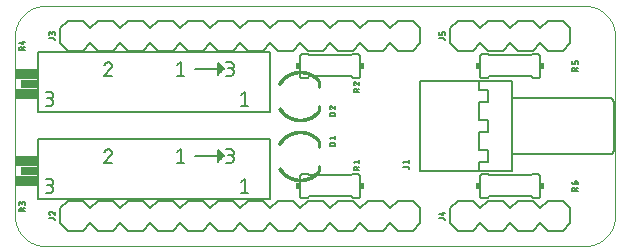
<source format=gto>
G75*
%MOIN*%
%OFA0B0*%
%FSLAX25Y25*%
%IPPOS*%
%LPD*%
%AMOC8*
5,1,8,0,0,1.08239X$1,22.5*
%
%ADD10C,0.00000*%
%ADD11C,0.00500*%
%ADD12C,0.00600*%
%ADD13R,0.01500X0.02000*%
%ADD14R,0.07500X0.03500*%
%ADD15R,0.05500X0.03000*%
%ADD16C,0.00800*%
%ADD17C,0.00100*%
%ADD18C,0.01000*%
D10*
X0021300Y0011300D02*
X0201300Y0011300D01*
X0201542Y0011303D01*
X0201783Y0011312D01*
X0202024Y0011326D01*
X0202265Y0011347D01*
X0202505Y0011373D01*
X0202745Y0011405D01*
X0202984Y0011443D01*
X0203221Y0011486D01*
X0203458Y0011536D01*
X0203693Y0011591D01*
X0203927Y0011651D01*
X0204159Y0011718D01*
X0204390Y0011789D01*
X0204619Y0011867D01*
X0204846Y0011950D01*
X0205071Y0012038D01*
X0205294Y0012132D01*
X0205514Y0012231D01*
X0205732Y0012336D01*
X0205947Y0012445D01*
X0206160Y0012560D01*
X0206370Y0012680D01*
X0206576Y0012805D01*
X0206780Y0012935D01*
X0206981Y0013070D01*
X0207178Y0013210D01*
X0207372Y0013354D01*
X0207562Y0013503D01*
X0207748Y0013657D01*
X0207931Y0013815D01*
X0208110Y0013977D01*
X0208285Y0014144D01*
X0208456Y0014315D01*
X0208623Y0014490D01*
X0208785Y0014669D01*
X0208943Y0014852D01*
X0209097Y0015038D01*
X0209246Y0015228D01*
X0209390Y0015422D01*
X0209530Y0015619D01*
X0209665Y0015820D01*
X0209795Y0016024D01*
X0209920Y0016230D01*
X0210040Y0016440D01*
X0210155Y0016653D01*
X0210264Y0016868D01*
X0210369Y0017086D01*
X0210468Y0017306D01*
X0210562Y0017529D01*
X0210650Y0017754D01*
X0210733Y0017981D01*
X0210811Y0018210D01*
X0210882Y0018441D01*
X0210949Y0018673D01*
X0211009Y0018907D01*
X0211064Y0019142D01*
X0211114Y0019379D01*
X0211157Y0019616D01*
X0211195Y0019855D01*
X0211227Y0020095D01*
X0211253Y0020335D01*
X0211274Y0020576D01*
X0211288Y0020817D01*
X0211297Y0021058D01*
X0211300Y0021300D01*
X0211300Y0081300D01*
X0211297Y0081542D01*
X0211288Y0081783D01*
X0211274Y0082024D01*
X0211253Y0082265D01*
X0211227Y0082505D01*
X0211195Y0082745D01*
X0211157Y0082984D01*
X0211114Y0083221D01*
X0211064Y0083458D01*
X0211009Y0083693D01*
X0210949Y0083927D01*
X0210882Y0084159D01*
X0210811Y0084390D01*
X0210733Y0084619D01*
X0210650Y0084846D01*
X0210562Y0085071D01*
X0210468Y0085294D01*
X0210369Y0085514D01*
X0210264Y0085732D01*
X0210155Y0085947D01*
X0210040Y0086160D01*
X0209920Y0086370D01*
X0209795Y0086576D01*
X0209665Y0086780D01*
X0209530Y0086981D01*
X0209390Y0087178D01*
X0209246Y0087372D01*
X0209097Y0087562D01*
X0208943Y0087748D01*
X0208785Y0087931D01*
X0208623Y0088110D01*
X0208456Y0088285D01*
X0208285Y0088456D01*
X0208110Y0088623D01*
X0207931Y0088785D01*
X0207748Y0088943D01*
X0207562Y0089097D01*
X0207372Y0089246D01*
X0207178Y0089390D01*
X0206981Y0089530D01*
X0206780Y0089665D01*
X0206576Y0089795D01*
X0206370Y0089920D01*
X0206160Y0090040D01*
X0205947Y0090155D01*
X0205732Y0090264D01*
X0205514Y0090369D01*
X0205294Y0090468D01*
X0205071Y0090562D01*
X0204846Y0090650D01*
X0204619Y0090733D01*
X0204390Y0090811D01*
X0204159Y0090882D01*
X0203927Y0090949D01*
X0203693Y0091009D01*
X0203458Y0091064D01*
X0203221Y0091114D01*
X0202984Y0091157D01*
X0202745Y0091195D01*
X0202505Y0091227D01*
X0202265Y0091253D01*
X0202024Y0091274D01*
X0201783Y0091288D01*
X0201542Y0091297D01*
X0201300Y0091300D01*
X0021300Y0091300D01*
X0021058Y0091297D01*
X0020817Y0091288D01*
X0020576Y0091274D01*
X0020335Y0091253D01*
X0020095Y0091227D01*
X0019855Y0091195D01*
X0019616Y0091157D01*
X0019379Y0091114D01*
X0019142Y0091064D01*
X0018907Y0091009D01*
X0018673Y0090949D01*
X0018441Y0090882D01*
X0018210Y0090811D01*
X0017981Y0090733D01*
X0017754Y0090650D01*
X0017529Y0090562D01*
X0017306Y0090468D01*
X0017086Y0090369D01*
X0016868Y0090264D01*
X0016653Y0090155D01*
X0016440Y0090040D01*
X0016230Y0089920D01*
X0016024Y0089795D01*
X0015820Y0089665D01*
X0015619Y0089530D01*
X0015422Y0089390D01*
X0015228Y0089246D01*
X0015038Y0089097D01*
X0014852Y0088943D01*
X0014669Y0088785D01*
X0014490Y0088623D01*
X0014315Y0088456D01*
X0014144Y0088285D01*
X0013977Y0088110D01*
X0013815Y0087931D01*
X0013657Y0087748D01*
X0013503Y0087562D01*
X0013354Y0087372D01*
X0013210Y0087178D01*
X0013070Y0086981D01*
X0012935Y0086780D01*
X0012805Y0086576D01*
X0012680Y0086370D01*
X0012560Y0086160D01*
X0012445Y0085947D01*
X0012336Y0085732D01*
X0012231Y0085514D01*
X0012132Y0085294D01*
X0012038Y0085071D01*
X0011950Y0084846D01*
X0011867Y0084619D01*
X0011789Y0084390D01*
X0011718Y0084159D01*
X0011651Y0083927D01*
X0011591Y0083693D01*
X0011536Y0083458D01*
X0011486Y0083221D01*
X0011443Y0082984D01*
X0011405Y0082745D01*
X0011373Y0082505D01*
X0011347Y0082265D01*
X0011326Y0082024D01*
X0011312Y0081783D01*
X0011303Y0081542D01*
X0011300Y0081300D01*
X0011300Y0021300D01*
X0011303Y0021058D01*
X0011312Y0020817D01*
X0011326Y0020576D01*
X0011347Y0020335D01*
X0011373Y0020095D01*
X0011405Y0019855D01*
X0011443Y0019616D01*
X0011486Y0019379D01*
X0011536Y0019142D01*
X0011591Y0018907D01*
X0011651Y0018673D01*
X0011718Y0018441D01*
X0011789Y0018210D01*
X0011867Y0017981D01*
X0011950Y0017754D01*
X0012038Y0017529D01*
X0012132Y0017306D01*
X0012231Y0017086D01*
X0012336Y0016868D01*
X0012445Y0016653D01*
X0012560Y0016440D01*
X0012680Y0016230D01*
X0012805Y0016024D01*
X0012935Y0015820D01*
X0013070Y0015619D01*
X0013210Y0015422D01*
X0013354Y0015228D01*
X0013503Y0015038D01*
X0013657Y0014852D01*
X0013815Y0014669D01*
X0013977Y0014490D01*
X0014144Y0014315D01*
X0014315Y0014144D01*
X0014490Y0013977D01*
X0014669Y0013815D01*
X0014852Y0013657D01*
X0015038Y0013503D01*
X0015228Y0013354D01*
X0015422Y0013210D01*
X0015619Y0013070D01*
X0015820Y0012935D01*
X0016024Y0012805D01*
X0016230Y0012680D01*
X0016440Y0012560D01*
X0016653Y0012445D01*
X0016868Y0012336D01*
X0017086Y0012231D01*
X0017306Y0012132D01*
X0017529Y0012038D01*
X0017754Y0011950D01*
X0017981Y0011867D01*
X0018210Y0011789D01*
X0018441Y0011718D01*
X0018673Y0011651D01*
X0018907Y0011591D01*
X0019142Y0011536D01*
X0019379Y0011486D01*
X0019616Y0011443D01*
X0019855Y0011405D01*
X0020095Y0011373D01*
X0020335Y0011347D01*
X0020576Y0011326D01*
X0020817Y0011312D01*
X0021058Y0011303D01*
X0021300Y0011300D01*
D11*
X0024550Y0019875D02*
X0024550Y0020086D01*
X0024548Y0020125D01*
X0024543Y0020164D01*
X0024534Y0020201D01*
X0024522Y0020238D01*
X0024506Y0020274D01*
X0024487Y0020308D01*
X0024465Y0020340D01*
X0024440Y0020370D01*
X0024412Y0020398D01*
X0024382Y0020423D01*
X0024350Y0020445D01*
X0024316Y0020464D01*
X0024280Y0020480D01*
X0024243Y0020492D01*
X0024206Y0020501D01*
X0024167Y0020506D01*
X0024128Y0020508D01*
X0024128Y0020509D02*
X0022650Y0020509D01*
X0023494Y0022567D02*
X0023465Y0022595D01*
X0023433Y0022622D01*
X0023399Y0022645D01*
X0023363Y0022666D01*
X0023326Y0022684D01*
X0023287Y0022698D01*
X0023248Y0022710D01*
X0023207Y0022718D01*
X0023166Y0022723D01*
X0023125Y0022725D01*
X0023494Y0022566D02*
X0024550Y0021669D01*
X0024550Y0022725D01*
X0023072Y0021670D02*
X0023027Y0021686D01*
X0022984Y0021706D01*
X0022942Y0021730D01*
X0022902Y0021756D01*
X0022864Y0021786D01*
X0022829Y0021818D01*
X0022796Y0021854D01*
X0022767Y0021891D01*
X0022740Y0021931D01*
X0022717Y0021973D01*
X0022696Y0022016D01*
X0022680Y0022061D01*
X0022667Y0022108D01*
X0022658Y0022155D01*
X0022652Y0022202D01*
X0022650Y0022250D01*
X0022652Y0022291D01*
X0022657Y0022333D01*
X0022666Y0022373D01*
X0022679Y0022412D01*
X0022695Y0022451D01*
X0022714Y0022488D01*
X0022736Y0022522D01*
X0022761Y0022555D01*
X0022789Y0022586D01*
X0022820Y0022614D01*
X0022853Y0022639D01*
X0022888Y0022661D01*
X0022924Y0022680D01*
X0022963Y0022696D01*
X0023002Y0022709D01*
X0023043Y0022718D01*
X0023084Y0022723D01*
X0023125Y0022725D01*
X0014550Y0022860D02*
X0012650Y0022860D01*
X0012650Y0023387D01*
X0012652Y0023432D01*
X0012658Y0023476D01*
X0012667Y0023520D01*
X0012680Y0023563D01*
X0012697Y0023604D01*
X0012717Y0023645D01*
X0012741Y0023683D01*
X0012767Y0023719D01*
X0012797Y0023752D01*
X0012829Y0023783D01*
X0012864Y0023812D01*
X0012901Y0023837D01*
X0012940Y0023858D01*
X0012981Y0023877D01*
X0013023Y0023892D01*
X0013067Y0023903D01*
X0013111Y0023911D01*
X0013156Y0023915D01*
X0013200Y0023915D01*
X0013245Y0023911D01*
X0013289Y0023903D01*
X0013333Y0023892D01*
X0013375Y0023877D01*
X0013416Y0023858D01*
X0013455Y0023837D01*
X0013492Y0023812D01*
X0013527Y0023783D01*
X0013559Y0023752D01*
X0013589Y0023719D01*
X0013615Y0023683D01*
X0013639Y0023645D01*
X0013659Y0023604D01*
X0013676Y0023563D01*
X0013689Y0023520D01*
X0013698Y0023476D01*
X0013704Y0023432D01*
X0013706Y0023387D01*
X0013706Y0022860D01*
X0013706Y0023493D02*
X0014550Y0023915D01*
X0014550Y0024994D02*
X0014550Y0025522D01*
X0014548Y0025567D01*
X0014542Y0025611D01*
X0014533Y0025655D01*
X0014520Y0025698D01*
X0014503Y0025739D01*
X0014483Y0025780D01*
X0014459Y0025818D01*
X0014433Y0025854D01*
X0014403Y0025887D01*
X0014371Y0025918D01*
X0014336Y0025947D01*
X0014299Y0025972D01*
X0014260Y0025993D01*
X0014219Y0026012D01*
X0014177Y0026027D01*
X0014133Y0026038D01*
X0014089Y0026046D01*
X0014044Y0026050D01*
X0014000Y0026050D01*
X0013955Y0026046D01*
X0013911Y0026038D01*
X0013867Y0026027D01*
X0013825Y0026012D01*
X0013784Y0025993D01*
X0013745Y0025972D01*
X0013708Y0025947D01*
X0013673Y0025918D01*
X0013641Y0025887D01*
X0013611Y0025854D01*
X0013585Y0025818D01*
X0013561Y0025780D01*
X0013541Y0025739D01*
X0013524Y0025698D01*
X0013511Y0025655D01*
X0013502Y0025611D01*
X0013496Y0025567D01*
X0013494Y0025522D01*
X0013494Y0025628D02*
X0013494Y0025206D01*
X0013494Y0025628D02*
X0013492Y0025668D01*
X0013486Y0025708D01*
X0013477Y0025747D01*
X0013464Y0025785D01*
X0013447Y0025821D01*
X0013427Y0025856D01*
X0013404Y0025889D01*
X0013377Y0025919D01*
X0013348Y0025947D01*
X0013317Y0025972D01*
X0013283Y0025993D01*
X0013247Y0026012D01*
X0013210Y0026027D01*
X0013171Y0026038D01*
X0013132Y0026046D01*
X0013092Y0026050D01*
X0013052Y0026050D01*
X0013012Y0026046D01*
X0012973Y0026038D01*
X0012934Y0026027D01*
X0012897Y0026012D01*
X0012861Y0025993D01*
X0012827Y0025972D01*
X0012796Y0025947D01*
X0012767Y0025919D01*
X0012740Y0025889D01*
X0012717Y0025856D01*
X0012697Y0025821D01*
X0012680Y0025785D01*
X0012667Y0025747D01*
X0012658Y0025708D01*
X0012652Y0025668D01*
X0012650Y0025628D01*
X0012650Y0024994D01*
X0021550Y0029050D02*
X0022800Y0029050D01*
X0022869Y0029052D01*
X0022938Y0029058D01*
X0023006Y0029067D01*
X0023073Y0029080D01*
X0023140Y0029097D01*
X0023206Y0029118D01*
X0023270Y0029142D01*
X0023333Y0029170D01*
X0023395Y0029201D01*
X0023455Y0029235D01*
X0023512Y0029273D01*
X0023568Y0029314D01*
X0023621Y0029357D01*
X0023672Y0029404D01*
X0023720Y0029453D01*
X0023765Y0029505D01*
X0023807Y0029560D01*
X0023846Y0029616D01*
X0023883Y0029675D01*
X0023915Y0029736D01*
X0023945Y0029798D01*
X0023971Y0029862D01*
X0023993Y0029927D01*
X0024012Y0029993D01*
X0024027Y0030060D01*
X0024038Y0030128D01*
X0024046Y0030197D01*
X0024050Y0030266D01*
X0024050Y0030334D01*
X0024046Y0030403D01*
X0024038Y0030472D01*
X0024027Y0030540D01*
X0024012Y0030607D01*
X0023993Y0030673D01*
X0023971Y0030738D01*
X0023945Y0030802D01*
X0023915Y0030864D01*
X0023883Y0030925D01*
X0023846Y0030984D01*
X0023807Y0031040D01*
X0023765Y0031095D01*
X0023720Y0031147D01*
X0023672Y0031196D01*
X0023621Y0031243D01*
X0023568Y0031286D01*
X0023512Y0031327D01*
X0023455Y0031365D01*
X0023395Y0031399D01*
X0023333Y0031430D01*
X0023270Y0031458D01*
X0023206Y0031482D01*
X0023140Y0031503D01*
X0023073Y0031520D01*
X0023006Y0031533D01*
X0022938Y0031542D01*
X0022869Y0031548D01*
X0022800Y0031550D01*
X0023050Y0031550D02*
X0022050Y0031550D01*
X0023050Y0031550D02*
X0023112Y0031552D01*
X0023173Y0031558D01*
X0023234Y0031567D01*
X0023294Y0031580D01*
X0023353Y0031597D01*
X0023411Y0031618D01*
X0023468Y0031642D01*
X0023523Y0031669D01*
X0023576Y0031700D01*
X0023628Y0031734D01*
X0023677Y0031771D01*
X0023724Y0031811D01*
X0023768Y0031854D01*
X0023809Y0031899D01*
X0023848Y0031947D01*
X0023884Y0031998D01*
X0023916Y0032050D01*
X0023945Y0032104D01*
X0023971Y0032160D01*
X0023993Y0032218D01*
X0024012Y0032276D01*
X0024027Y0032336D01*
X0024038Y0032397D01*
X0024046Y0032458D01*
X0024050Y0032519D01*
X0024050Y0032581D01*
X0024046Y0032642D01*
X0024038Y0032703D01*
X0024027Y0032764D01*
X0024012Y0032824D01*
X0023993Y0032882D01*
X0023971Y0032940D01*
X0023945Y0032996D01*
X0023916Y0033050D01*
X0023884Y0033102D01*
X0023848Y0033153D01*
X0023809Y0033201D01*
X0023768Y0033246D01*
X0023724Y0033289D01*
X0023677Y0033329D01*
X0023628Y0033366D01*
X0023576Y0033400D01*
X0023523Y0033431D01*
X0023468Y0033458D01*
X0023411Y0033482D01*
X0023353Y0033503D01*
X0023294Y0033520D01*
X0023234Y0033533D01*
X0023173Y0033542D01*
X0023112Y0033548D01*
X0023050Y0033550D01*
X0021550Y0033550D01*
X0041050Y0039050D02*
X0043550Y0039050D01*
X0041050Y0039050D02*
X0043175Y0041550D01*
X0042425Y0043550D02*
X0042352Y0043548D01*
X0042280Y0043543D01*
X0042208Y0043534D01*
X0042136Y0043521D01*
X0042065Y0043505D01*
X0041995Y0043485D01*
X0041927Y0043461D01*
X0041859Y0043435D01*
X0041793Y0043404D01*
X0041728Y0043371D01*
X0041666Y0043334D01*
X0041605Y0043295D01*
X0041546Y0043252D01*
X0041489Y0043206D01*
X0041435Y0043158D01*
X0041384Y0043107D01*
X0041334Y0043053D01*
X0041288Y0042997D01*
X0041245Y0042939D01*
X0041204Y0042878D01*
X0041167Y0042816D01*
X0041133Y0042752D01*
X0041102Y0042686D01*
X0041074Y0042619D01*
X0041050Y0042550D01*
X0043175Y0041550D02*
X0043221Y0041596D01*
X0043265Y0041645D01*
X0043305Y0041696D01*
X0043343Y0041749D01*
X0043378Y0041804D01*
X0043410Y0041861D01*
X0043439Y0041919D01*
X0043465Y0041979D01*
X0043487Y0042041D01*
X0043506Y0042103D01*
X0043522Y0042166D01*
X0043534Y0042230D01*
X0043543Y0042295D01*
X0043548Y0042360D01*
X0043550Y0042425D01*
X0043548Y0042490D01*
X0043542Y0042556D01*
X0043533Y0042620D01*
X0043520Y0042684D01*
X0043503Y0042748D01*
X0043482Y0042810D01*
X0043458Y0042871D01*
X0043430Y0042930D01*
X0043399Y0042988D01*
X0043365Y0043043D01*
X0043327Y0043097D01*
X0043287Y0043148D01*
X0043243Y0043197D01*
X0043197Y0043243D01*
X0043148Y0043287D01*
X0043097Y0043327D01*
X0043043Y0043365D01*
X0042988Y0043399D01*
X0042930Y0043430D01*
X0042871Y0043458D01*
X0042810Y0043482D01*
X0042748Y0043503D01*
X0042684Y0043520D01*
X0042620Y0043533D01*
X0042556Y0043542D01*
X0042490Y0043548D01*
X0042425Y0043550D01*
X0065250Y0042550D02*
X0066500Y0043550D01*
X0066500Y0039050D01*
X0065250Y0039050D02*
X0067750Y0039050D01*
X0081750Y0039050D02*
X0083000Y0039050D01*
X0083069Y0039052D01*
X0083138Y0039058D01*
X0083206Y0039067D01*
X0083273Y0039080D01*
X0083340Y0039097D01*
X0083406Y0039118D01*
X0083470Y0039142D01*
X0083533Y0039170D01*
X0083595Y0039201D01*
X0083655Y0039235D01*
X0083712Y0039273D01*
X0083768Y0039314D01*
X0083821Y0039357D01*
X0083872Y0039404D01*
X0083920Y0039453D01*
X0083965Y0039505D01*
X0084007Y0039560D01*
X0084046Y0039616D01*
X0084083Y0039675D01*
X0084115Y0039736D01*
X0084145Y0039798D01*
X0084171Y0039862D01*
X0084193Y0039927D01*
X0084212Y0039993D01*
X0084227Y0040060D01*
X0084238Y0040128D01*
X0084246Y0040197D01*
X0084250Y0040266D01*
X0084250Y0040334D01*
X0084246Y0040403D01*
X0084238Y0040472D01*
X0084227Y0040540D01*
X0084212Y0040607D01*
X0084193Y0040673D01*
X0084171Y0040738D01*
X0084145Y0040802D01*
X0084115Y0040864D01*
X0084083Y0040925D01*
X0084046Y0040984D01*
X0084007Y0041040D01*
X0083965Y0041095D01*
X0083920Y0041147D01*
X0083872Y0041196D01*
X0083821Y0041243D01*
X0083768Y0041286D01*
X0083712Y0041327D01*
X0083655Y0041365D01*
X0083595Y0041399D01*
X0083533Y0041430D01*
X0083470Y0041458D01*
X0083406Y0041482D01*
X0083340Y0041503D01*
X0083273Y0041520D01*
X0083206Y0041533D01*
X0083138Y0041542D01*
X0083069Y0041548D01*
X0083000Y0041550D01*
X0083250Y0041550D02*
X0082250Y0041550D01*
X0083250Y0041550D02*
X0083312Y0041552D01*
X0083373Y0041558D01*
X0083434Y0041567D01*
X0083494Y0041580D01*
X0083553Y0041597D01*
X0083611Y0041618D01*
X0083668Y0041642D01*
X0083723Y0041669D01*
X0083776Y0041700D01*
X0083828Y0041734D01*
X0083877Y0041771D01*
X0083924Y0041811D01*
X0083968Y0041854D01*
X0084009Y0041899D01*
X0084048Y0041947D01*
X0084084Y0041998D01*
X0084116Y0042050D01*
X0084145Y0042104D01*
X0084171Y0042160D01*
X0084193Y0042218D01*
X0084212Y0042276D01*
X0084227Y0042336D01*
X0084238Y0042397D01*
X0084246Y0042458D01*
X0084250Y0042519D01*
X0084250Y0042581D01*
X0084246Y0042642D01*
X0084238Y0042703D01*
X0084227Y0042764D01*
X0084212Y0042824D01*
X0084193Y0042882D01*
X0084171Y0042940D01*
X0084145Y0042996D01*
X0084116Y0043050D01*
X0084084Y0043102D01*
X0084048Y0043153D01*
X0084009Y0043201D01*
X0083968Y0043246D01*
X0083924Y0043289D01*
X0083877Y0043329D01*
X0083828Y0043366D01*
X0083776Y0043400D01*
X0083723Y0043431D01*
X0083668Y0043458D01*
X0083611Y0043482D01*
X0083553Y0043503D01*
X0083494Y0043520D01*
X0083434Y0043533D01*
X0083373Y0043542D01*
X0083312Y0043548D01*
X0083250Y0043550D01*
X0081750Y0043550D01*
X0087800Y0033550D02*
X0087800Y0029050D01*
X0086550Y0029050D02*
X0089050Y0029050D01*
X0086550Y0032550D02*
X0087800Y0033550D01*
X0116150Y0044656D02*
X0116150Y0045184D01*
X0116150Y0044656D02*
X0118050Y0044656D01*
X0118050Y0045184D01*
X0118048Y0045228D01*
X0118043Y0045271D01*
X0118034Y0045314D01*
X0118021Y0045355D01*
X0118006Y0045396D01*
X0117986Y0045435D01*
X0117964Y0045473D01*
X0117939Y0045508D01*
X0117910Y0045542D01*
X0117880Y0045572D01*
X0117846Y0045601D01*
X0117811Y0045626D01*
X0117773Y0045648D01*
X0117734Y0045668D01*
X0117693Y0045683D01*
X0117652Y0045696D01*
X0117609Y0045705D01*
X0117566Y0045710D01*
X0117522Y0045712D01*
X0116678Y0045712D01*
X0116634Y0045710D01*
X0116591Y0045705D01*
X0116548Y0045696D01*
X0116507Y0045683D01*
X0116466Y0045668D01*
X0116427Y0045648D01*
X0116389Y0045626D01*
X0116354Y0045601D01*
X0116320Y0045572D01*
X0116290Y0045542D01*
X0116261Y0045508D01*
X0116236Y0045473D01*
X0116214Y0045435D01*
X0116194Y0045396D01*
X0116179Y0045355D01*
X0116166Y0045314D01*
X0116157Y0045271D01*
X0116152Y0045228D01*
X0116150Y0045184D01*
X0116572Y0046888D02*
X0116150Y0047416D01*
X0118050Y0047416D01*
X0118050Y0046888D02*
X0118050Y0047944D01*
X0118050Y0054656D02*
X0116150Y0054656D01*
X0116150Y0055184D01*
X0116152Y0055228D01*
X0116157Y0055271D01*
X0116166Y0055314D01*
X0116179Y0055355D01*
X0116194Y0055396D01*
X0116214Y0055435D01*
X0116236Y0055473D01*
X0116261Y0055508D01*
X0116290Y0055542D01*
X0116320Y0055572D01*
X0116354Y0055601D01*
X0116389Y0055626D01*
X0116427Y0055648D01*
X0116466Y0055668D01*
X0116507Y0055683D01*
X0116548Y0055696D01*
X0116591Y0055705D01*
X0116634Y0055710D01*
X0116678Y0055712D01*
X0117522Y0055712D01*
X0117566Y0055710D01*
X0117609Y0055705D01*
X0117652Y0055696D01*
X0117693Y0055683D01*
X0117734Y0055668D01*
X0117773Y0055648D01*
X0117811Y0055626D01*
X0117846Y0055601D01*
X0117880Y0055572D01*
X0117910Y0055542D01*
X0117939Y0055508D01*
X0117964Y0055473D01*
X0117986Y0055435D01*
X0118006Y0055396D01*
X0118021Y0055355D01*
X0118034Y0055314D01*
X0118043Y0055271D01*
X0118048Y0055228D01*
X0118050Y0055184D01*
X0118050Y0054656D01*
X0118050Y0056888D02*
X0118050Y0057944D01*
X0118050Y0056888D02*
X0116994Y0057785D01*
X0116150Y0057469D02*
X0116152Y0057421D01*
X0116158Y0057374D01*
X0116167Y0057327D01*
X0116180Y0057280D01*
X0116196Y0057235D01*
X0116217Y0057192D01*
X0116240Y0057150D01*
X0116267Y0057110D01*
X0116296Y0057073D01*
X0116329Y0057037D01*
X0116364Y0057005D01*
X0116402Y0056975D01*
X0116442Y0056949D01*
X0116484Y0056925D01*
X0116527Y0056905D01*
X0116572Y0056889D01*
X0116994Y0057786D02*
X0116965Y0057814D01*
X0116933Y0057841D01*
X0116899Y0057864D01*
X0116863Y0057885D01*
X0116826Y0057903D01*
X0116787Y0057917D01*
X0116748Y0057929D01*
X0116707Y0057937D01*
X0116666Y0057942D01*
X0116625Y0057944D01*
X0116584Y0057942D01*
X0116543Y0057937D01*
X0116502Y0057928D01*
X0116463Y0057915D01*
X0116424Y0057899D01*
X0116388Y0057880D01*
X0116353Y0057858D01*
X0116320Y0057833D01*
X0116289Y0057805D01*
X0116261Y0057774D01*
X0116236Y0057741D01*
X0116214Y0057707D01*
X0116195Y0057670D01*
X0116179Y0057631D01*
X0116166Y0057592D01*
X0116157Y0057552D01*
X0116152Y0057510D01*
X0116150Y0057469D01*
X0124150Y0062705D02*
X0124150Y0063233D01*
X0124152Y0063278D01*
X0124158Y0063322D01*
X0124167Y0063366D01*
X0124180Y0063409D01*
X0124197Y0063450D01*
X0124217Y0063491D01*
X0124241Y0063529D01*
X0124267Y0063565D01*
X0124297Y0063598D01*
X0124329Y0063629D01*
X0124364Y0063658D01*
X0124401Y0063683D01*
X0124440Y0063704D01*
X0124481Y0063723D01*
X0124523Y0063738D01*
X0124567Y0063749D01*
X0124611Y0063757D01*
X0124656Y0063761D01*
X0124700Y0063761D01*
X0124745Y0063757D01*
X0124789Y0063749D01*
X0124833Y0063738D01*
X0124875Y0063723D01*
X0124916Y0063704D01*
X0124955Y0063683D01*
X0124992Y0063658D01*
X0125027Y0063629D01*
X0125059Y0063598D01*
X0125089Y0063565D01*
X0125115Y0063529D01*
X0125139Y0063491D01*
X0125159Y0063450D01*
X0125176Y0063409D01*
X0125189Y0063366D01*
X0125198Y0063322D01*
X0125204Y0063278D01*
X0125206Y0063233D01*
X0125206Y0062705D01*
X0125206Y0063338D02*
X0126050Y0063760D01*
X0126050Y0062705D02*
X0124150Y0062705D01*
X0124994Y0065737D02*
X0124965Y0065765D01*
X0124933Y0065792D01*
X0124899Y0065815D01*
X0124863Y0065836D01*
X0124826Y0065854D01*
X0124787Y0065868D01*
X0124748Y0065880D01*
X0124707Y0065888D01*
X0124666Y0065893D01*
X0124625Y0065895D01*
X0124994Y0065737D02*
X0126050Y0064840D01*
X0126050Y0065895D01*
X0124572Y0064840D02*
X0124527Y0064856D01*
X0124484Y0064876D01*
X0124442Y0064900D01*
X0124402Y0064926D01*
X0124364Y0064956D01*
X0124329Y0064988D01*
X0124296Y0065024D01*
X0124267Y0065061D01*
X0124240Y0065101D01*
X0124217Y0065143D01*
X0124196Y0065186D01*
X0124180Y0065231D01*
X0124167Y0065278D01*
X0124158Y0065325D01*
X0124152Y0065372D01*
X0124150Y0065420D01*
X0124152Y0065461D01*
X0124157Y0065503D01*
X0124166Y0065543D01*
X0124179Y0065582D01*
X0124195Y0065621D01*
X0124214Y0065658D01*
X0124236Y0065692D01*
X0124261Y0065725D01*
X0124289Y0065756D01*
X0124320Y0065784D01*
X0124353Y0065809D01*
X0124388Y0065831D01*
X0124424Y0065850D01*
X0124463Y0065866D01*
X0124502Y0065879D01*
X0124543Y0065888D01*
X0124584Y0065893D01*
X0124625Y0065895D01*
X0146300Y0066300D02*
X0165800Y0066300D01*
X0165800Y0063300D01*
X0168800Y0063300D01*
X0168800Y0059300D01*
X0165800Y0059300D01*
X0165800Y0053300D01*
X0168800Y0053300D01*
X0168800Y0049300D01*
X0165800Y0049300D01*
X0165800Y0043300D01*
X0168800Y0043300D01*
X0168800Y0039300D01*
X0165800Y0039300D01*
X0165800Y0036300D01*
X0146300Y0036300D01*
X0146300Y0066300D01*
X0165800Y0066300D02*
X0176800Y0066300D01*
X0176800Y0060550D01*
X0176800Y0042050D01*
X0176800Y0036300D01*
X0165800Y0036300D01*
X0176800Y0042050D02*
X0209800Y0042050D01*
X0209860Y0042052D01*
X0209921Y0042057D01*
X0209980Y0042066D01*
X0210039Y0042079D01*
X0210098Y0042095D01*
X0210155Y0042115D01*
X0210210Y0042138D01*
X0210265Y0042165D01*
X0210317Y0042194D01*
X0210368Y0042227D01*
X0210417Y0042263D01*
X0210463Y0042301D01*
X0210507Y0042343D01*
X0210549Y0042387D01*
X0210587Y0042433D01*
X0210623Y0042482D01*
X0210656Y0042533D01*
X0210685Y0042585D01*
X0210712Y0042640D01*
X0210735Y0042695D01*
X0210755Y0042752D01*
X0210771Y0042811D01*
X0210784Y0042870D01*
X0210793Y0042929D01*
X0210798Y0042990D01*
X0210800Y0043050D01*
X0210800Y0059550D01*
X0210798Y0059610D01*
X0210793Y0059671D01*
X0210784Y0059730D01*
X0210771Y0059789D01*
X0210755Y0059848D01*
X0210735Y0059905D01*
X0210712Y0059960D01*
X0210685Y0060015D01*
X0210656Y0060067D01*
X0210623Y0060118D01*
X0210587Y0060167D01*
X0210549Y0060213D01*
X0210507Y0060257D01*
X0210463Y0060299D01*
X0210417Y0060337D01*
X0210368Y0060373D01*
X0210317Y0060406D01*
X0210265Y0060435D01*
X0210210Y0060462D01*
X0210155Y0060485D01*
X0210098Y0060505D01*
X0210039Y0060521D01*
X0209980Y0060534D01*
X0209921Y0060543D01*
X0209860Y0060548D01*
X0209800Y0060550D01*
X0176800Y0060550D01*
X0197050Y0069705D02*
X0197050Y0070233D01*
X0197052Y0070278D01*
X0197058Y0070322D01*
X0197067Y0070366D01*
X0197080Y0070409D01*
X0197097Y0070450D01*
X0197117Y0070491D01*
X0197141Y0070529D01*
X0197167Y0070565D01*
X0197197Y0070598D01*
X0197229Y0070629D01*
X0197264Y0070658D01*
X0197301Y0070683D01*
X0197340Y0070704D01*
X0197381Y0070723D01*
X0197423Y0070738D01*
X0197467Y0070749D01*
X0197511Y0070757D01*
X0197556Y0070761D01*
X0197600Y0070761D01*
X0197645Y0070757D01*
X0197689Y0070749D01*
X0197733Y0070738D01*
X0197775Y0070723D01*
X0197816Y0070704D01*
X0197855Y0070683D01*
X0197892Y0070658D01*
X0197927Y0070629D01*
X0197959Y0070598D01*
X0197989Y0070565D01*
X0198015Y0070529D01*
X0198039Y0070491D01*
X0198059Y0070450D01*
X0198076Y0070409D01*
X0198089Y0070366D01*
X0198098Y0070322D01*
X0198104Y0070278D01*
X0198106Y0070233D01*
X0198106Y0069705D01*
X0198106Y0070338D02*
X0198950Y0070760D01*
X0198950Y0069705D02*
X0197050Y0069705D01*
X0197050Y0071840D02*
X0197050Y0072895D01*
X0197894Y0072473D02*
X0197894Y0071840D01*
X0197050Y0071840D01*
X0197895Y0072473D02*
X0197897Y0072512D01*
X0197902Y0072551D01*
X0197911Y0072588D01*
X0197923Y0072625D01*
X0197939Y0072661D01*
X0197958Y0072695D01*
X0197980Y0072727D01*
X0198005Y0072757D01*
X0198033Y0072785D01*
X0198063Y0072810D01*
X0198095Y0072832D01*
X0198129Y0072851D01*
X0198165Y0072867D01*
X0198202Y0072879D01*
X0198239Y0072888D01*
X0198278Y0072893D01*
X0198317Y0072895D01*
X0198528Y0072895D01*
X0198567Y0072893D01*
X0198606Y0072888D01*
X0198643Y0072879D01*
X0198680Y0072867D01*
X0198716Y0072851D01*
X0198750Y0072832D01*
X0198782Y0072810D01*
X0198812Y0072785D01*
X0198840Y0072757D01*
X0198865Y0072727D01*
X0198887Y0072695D01*
X0198906Y0072661D01*
X0198922Y0072625D01*
X0198934Y0072588D01*
X0198943Y0072551D01*
X0198948Y0072512D01*
X0198950Y0072473D01*
X0198950Y0071840D01*
X0154550Y0079875D02*
X0154550Y0080086D01*
X0154548Y0080125D01*
X0154543Y0080164D01*
X0154534Y0080201D01*
X0154522Y0080238D01*
X0154506Y0080274D01*
X0154487Y0080308D01*
X0154465Y0080340D01*
X0154440Y0080370D01*
X0154412Y0080398D01*
X0154382Y0080423D01*
X0154350Y0080445D01*
X0154316Y0080464D01*
X0154280Y0080480D01*
X0154243Y0080492D01*
X0154206Y0080501D01*
X0154167Y0080506D01*
X0154128Y0080508D01*
X0154128Y0080509D02*
X0152650Y0080509D01*
X0152650Y0081669D02*
X0152650Y0082725D01*
X0153494Y0082303D02*
X0153494Y0081669D01*
X0152650Y0081669D01*
X0153495Y0082303D02*
X0153497Y0082342D01*
X0153502Y0082381D01*
X0153511Y0082418D01*
X0153523Y0082455D01*
X0153539Y0082491D01*
X0153558Y0082525D01*
X0153580Y0082557D01*
X0153605Y0082587D01*
X0153633Y0082615D01*
X0153663Y0082640D01*
X0153695Y0082662D01*
X0153729Y0082681D01*
X0153765Y0082697D01*
X0153802Y0082709D01*
X0153839Y0082718D01*
X0153878Y0082723D01*
X0153917Y0082725D01*
X0154128Y0082725D01*
X0154167Y0082723D01*
X0154206Y0082718D01*
X0154243Y0082709D01*
X0154280Y0082697D01*
X0154316Y0082681D01*
X0154350Y0082662D01*
X0154382Y0082640D01*
X0154412Y0082615D01*
X0154440Y0082587D01*
X0154465Y0082557D01*
X0154487Y0082525D01*
X0154506Y0082491D01*
X0154522Y0082455D01*
X0154534Y0082418D01*
X0154543Y0082381D01*
X0154548Y0082342D01*
X0154550Y0082303D01*
X0154550Y0081669D01*
X0087800Y0062550D02*
X0087800Y0058050D01*
X0086550Y0058050D02*
X0089050Y0058050D01*
X0086550Y0061550D02*
X0087800Y0062550D01*
X0083000Y0068050D02*
X0081750Y0068050D01*
X0083000Y0068050D02*
X0083069Y0068052D01*
X0083138Y0068058D01*
X0083206Y0068067D01*
X0083273Y0068080D01*
X0083340Y0068097D01*
X0083406Y0068118D01*
X0083470Y0068142D01*
X0083533Y0068170D01*
X0083595Y0068201D01*
X0083655Y0068235D01*
X0083712Y0068273D01*
X0083768Y0068314D01*
X0083821Y0068357D01*
X0083872Y0068404D01*
X0083920Y0068453D01*
X0083965Y0068505D01*
X0084007Y0068560D01*
X0084046Y0068616D01*
X0084083Y0068675D01*
X0084115Y0068736D01*
X0084145Y0068798D01*
X0084171Y0068862D01*
X0084193Y0068927D01*
X0084212Y0068993D01*
X0084227Y0069060D01*
X0084238Y0069128D01*
X0084246Y0069197D01*
X0084250Y0069266D01*
X0084250Y0069334D01*
X0084246Y0069403D01*
X0084238Y0069472D01*
X0084227Y0069540D01*
X0084212Y0069607D01*
X0084193Y0069673D01*
X0084171Y0069738D01*
X0084145Y0069802D01*
X0084115Y0069864D01*
X0084083Y0069925D01*
X0084046Y0069984D01*
X0084007Y0070040D01*
X0083965Y0070095D01*
X0083920Y0070147D01*
X0083872Y0070196D01*
X0083821Y0070243D01*
X0083768Y0070286D01*
X0083712Y0070327D01*
X0083655Y0070365D01*
X0083595Y0070399D01*
X0083533Y0070430D01*
X0083470Y0070458D01*
X0083406Y0070482D01*
X0083340Y0070503D01*
X0083273Y0070520D01*
X0083206Y0070533D01*
X0083138Y0070542D01*
X0083069Y0070548D01*
X0083000Y0070550D01*
X0083250Y0070550D02*
X0082250Y0070550D01*
X0083250Y0070550D02*
X0083312Y0070552D01*
X0083373Y0070558D01*
X0083434Y0070567D01*
X0083494Y0070580D01*
X0083553Y0070597D01*
X0083611Y0070618D01*
X0083668Y0070642D01*
X0083723Y0070669D01*
X0083776Y0070700D01*
X0083828Y0070734D01*
X0083877Y0070771D01*
X0083924Y0070811D01*
X0083968Y0070854D01*
X0084009Y0070899D01*
X0084048Y0070947D01*
X0084084Y0070998D01*
X0084116Y0071050D01*
X0084145Y0071104D01*
X0084171Y0071160D01*
X0084193Y0071218D01*
X0084212Y0071276D01*
X0084227Y0071336D01*
X0084238Y0071397D01*
X0084246Y0071458D01*
X0084250Y0071519D01*
X0084250Y0071581D01*
X0084246Y0071642D01*
X0084238Y0071703D01*
X0084227Y0071764D01*
X0084212Y0071824D01*
X0084193Y0071882D01*
X0084171Y0071940D01*
X0084145Y0071996D01*
X0084116Y0072050D01*
X0084084Y0072102D01*
X0084048Y0072153D01*
X0084009Y0072201D01*
X0083968Y0072246D01*
X0083924Y0072289D01*
X0083877Y0072329D01*
X0083828Y0072366D01*
X0083776Y0072400D01*
X0083723Y0072431D01*
X0083668Y0072458D01*
X0083611Y0072482D01*
X0083553Y0072503D01*
X0083494Y0072520D01*
X0083434Y0072533D01*
X0083373Y0072542D01*
X0083312Y0072548D01*
X0083250Y0072550D01*
X0081750Y0072550D01*
X0067750Y0068050D02*
X0065250Y0068050D01*
X0066500Y0068050D02*
X0066500Y0072550D01*
X0065250Y0071550D01*
X0043550Y0068050D02*
X0041050Y0068050D01*
X0043175Y0070550D01*
X0042425Y0072550D02*
X0042352Y0072548D01*
X0042280Y0072543D01*
X0042208Y0072534D01*
X0042136Y0072521D01*
X0042065Y0072505D01*
X0041995Y0072485D01*
X0041927Y0072461D01*
X0041859Y0072435D01*
X0041793Y0072404D01*
X0041728Y0072371D01*
X0041666Y0072334D01*
X0041605Y0072295D01*
X0041546Y0072252D01*
X0041489Y0072206D01*
X0041435Y0072158D01*
X0041384Y0072107D01*
X0041334Y0072053D01*
X0041288Y0071997D01*
X0041245Y0071939D01*
X0041204Y0071878D01*
X0041167Y0071816D01*
X0041133Y0071752D01*
X0041102Y0071686D01*
X0041074Y0071619D01*
X0041050Y0071550D01*
X0043175Y0070550D02*
X0043221Y0070596D01*
X0043265Y0070645D01*
X0043305Y0070696D01*
X0043343Y0070749D01*
X0043378Y0070804D01*
X0043410Y0070861D01*
X0043439Y0070919D01*
X0043465Y0070979D01*
X0043487Y0071041D01*
X0043506Y0071103D01*
X0043522Y0071166D01*
X0043534Y0071230D01*
X0043543Y0071295D01*
X0043548Y0071360D01*
X0043550Y0071425D01*
X0043548Y0071490D01*
X0043542Y0071556D01*
X0043533Y0071620D01*
X0043520Y0071684D01*
X0043503Y0071748D01*
X0043482Y0071810D01*
X0043458Y0071871D01*
X0043430Y0071930D01*
X0043399Y0071988D01*
X0043365Y0072043D01*
X0043327Y0072097D01*
X0043287Y0072148D01*
X0043243Y0072197D01*
X0043197Y0072243D01*
X0043148Y0072287D01*
X0043097Y0072327D01*
X0043043Y0072365D01*
X0042988Y0072399D01*
X0042930Y0072430D01*
X0042871Y0072458D01*
X0042810Y0072482D01*
X0042748Y0072503D01*
X0042684Y0072520D01*
X0042620Y0072533D01*
X0042556Y0072542D01*
X0042490Y0072548D01*
X0042425Y0072550D01*
X0024550Y0079875D02*
X0024550Y0080086D01*
X0024548Y0080125D01*
X0024543Y0080164D01*
X0024534Y0080201D01*
X0024522Y0080238D01*
X0024506Y0080274D01*
X0024487Y0080308D01*
X0024465Y0080340D01*
X0024440Y0080370D01*
X0024412Y0080398D01*
X0024382Y0080423D01*
X0024350Y0080445D01*
X0024316Y0080464D01*
X0024280Y0080480D01*
X0024243Y0080492D01*
X0024206Y0080501D01*
X0024167Y0080506D01*
X0024128Y0080508D01*
X0024128Y0080509D02*
X0022650Y0080509D01*
X0022650Y0081669D02*
X0022650Y0082303D01*
X0022652Y0082343D01*
X0022658Y0082383D01*
X0022667Y0082422D01*
X0022680Y0082460D01*
X0022697Y0082496D01*
X0022717Y0082531D01*
X0022740Y0082564D01*
X0022767Y0082594D01*
X0022796Y0082622D01*
X0022827Y0082647D01*
X0022861Y0082668D01*
X0022897Y0082687D01*
X0022934Y0082702D01*
X0022973Y0082713D01*
X0023012Y0082721D01*
X0023052Y0082725D01*
X0023092Y0082725D01*
X0023132Y0082721D01*
X0023171Y0082713D01*
X0023210Y0082702D01*
X0023247Y0082687D01*
X0023283Y0082668D01*
X0023317Y0082647D01*
X0023348Y0082622D01*
X0023377Y0082594D01*
X0023404Y0082564D01*
X0023427Y0082531D01*
X0023447Y0082496D01*
X0023464Y0082460D01*
X0023477Y0082422D01*
X0023486Y0082383D01*
X0023492Y0082343D01*
X0023494Y0082303D01*
X0023494Y0081880D01*
X0023494Y0082197D02*
X0023496Y0082242D01*
X0023502Y0082286D01*
X0023511Y0082330D01*
X0023524Y0082373D01*
X0023541Y0082414D01*
X0023561Y0082455D01*
X0023585Y0082493D01*
X0023611Y0082529D01*
X0023641Y0082562D01*
X0023673Y0082593D01*
X0023708Y0082622D01*
X0023745Y0082647D01*
X0023784Y0082668D01*
X0023825Y0082687D01*
X0023867Y0082702D01*
X0023911Y0082713D01*
X0023955Y0082721D01*
X0024000Y0082725D01*
X0024044Y0082725D01*
X0024089Y0082721D01*
X0024133Y0082713D01*
X0024177Y0082702D01*
X0024219Y0082687D01*
X0024260Y0082668D01*
X0024299Y0082647D01*
X0024336Y0082622D01*
X0024371Y0082593D01*
X0024403Y0082562D01*
X0024433Y0082529D01*
X0024459Y0082493D01*
X0024483Y0082455D01*
X0024503Y0082414D01*
X0024520Y0082373D01*
X0024533Y0082330D01*
X0024542Y0082286D01*
X0024548Y0082242D01*
X0024550Y0082197D01*
X0024550Y0081669D01*
X0014550Y0079424D02*
X0013706Y0079424D01*
X0014128Y0079740D02*
X0014128Y0078685D01*
X0012650Y0079107D01*
X0012650Y0077078D02*
X0012650Y0076550D01*
X0014550Y0076550D01*
X0013706Y0076550D02*
X0013706Y0077078D01*
X0013706Y0077183D02*
X0014550Y0077606D01*
X0013706Y0077078D02*
X0013704Y0077123D01*
X0013698Y0077167D01*
X0013689Y0077211D01*
X0013676Y0077254D01*
X0013659Y0077295D01*
X0013639Y0077336D01*
X0013615Y0077374D01*
X0013589Y0077410D01*
X0013559Y0077443D01*
X0013527Y0077474D01*
X0013492Y0077503D01*
X0013455Y0077528D01*
X0013416Y0077549D01*
X0013375Y0077568D01*
X0013333Y0077583D01*
X0013289Y0077594D01*
X0013245Y0077602D01*
X0013200Y0077606D01*
X0013156Y0077606D01*
X0013111Y0077602D01*
X0013067Y0077594D01*
X0013023Y0077583D01*
X0012981Y0077568D01*
X0012940Y0077549D01*
X0012901Y0077528D01*
X0012864Y0077503D01*
X0012829Y0077474D01*
X0012797Y0077443D01*
X0012767Y0077410D01*
X0012741Y0077374D01*
X0012717Y0077336D01*
X0012697Y0077295D01*
X0012680Y0077254D01*
X0012667Y0077211D01*
X0012658Y0077167D01*
X0012652Y0077123D01*
X0012650Y0077078D01*
X0021550Y0062550D02*
X0023050Y0062550D01*
X0023112Y0062548D01*
X0023173Y0062542D01*
X0023234Y0062533D01*
X0023294Y0062520D01*
X0023353Y0062503D01*
X0023411Y0062482D01*
X0023468Y0062458D01*
X0023523Y0062431D01*
X0023576Y0062400D01*
X0023628Y0062366D01*
X0023677Y0062329D01*
X0023724Y0062289D01*
X0023768Y0062246D01*
X0023809Y0062201D01*
X0023848Y0062153D01*
X0023884Y0062102D01*
X0023916Y0062050D01*
X0023945Y0061996D01*
X0023971Y0061940D01*
X0023993Y0061882D01*
X0024012Y0061824D01*
X0024027Y0061764D01*
X0024038Y0061703D01*
X0024046Y0061642D01*
X0024050Y0061581D01*
X0024050Y0061519D01*
X0024046Y0061458D01*
X0024038Y0061397D01*
X0024027Y0061336D01*
X0024012Y0061276D01*
X0023993Y0061218D01*
X0023971Y0061160D01*
X0023945Y0061104D01*
X0023916Y0061050D01*
X0023884Y0060998D01*
X0023848Y0060947D01*
X0023809Y0060899D01*
X0023768Y0060854D01*
X0023724Y0060811D01*
X0023677Y0060771D01*
X0023628Y0060734D01*
X0023576Y0060700D01*
X0023523Y0060669D01*
X0023468Y0060642D01*
X0023411Y0060618D01*
X0023353Y0060597D01*
X0023294Y0060580D01*
X0023234Y0060567D01*
X0023173Y0060558D01*
X0023112Y0060552D01*
X0023050Y0060550D01*
X0022050Y0060550D01*
X0022800Y0060550D02*
X0022869Y0060548D01*
X0022938Y0060542D01*
X0023006Y0060533D01*
X0023073Y0060520D01*
X0023140Y0060503D01*
X0023206Y0060482D01*
X0023270Y0060458D01*
X0023333Y0060430D01*
X0023395Y0060399D01*
X0023455Y0060365D01*
X0023512Y0060327D01*
X0023568Y0060286D01*
X0023621Y0060243D01*
X0023672Y0060196D01*
X0023720Y0060147D01*
X0023765Y0060095D01*
X0023807Y0060040D01*
X0023846Y0059984D01*
X0023883Y0059925D01*
X0023915Y0059864D01*
X0023945Y0059802D01*
X0023971Y0059738D01*
X0023993Y0059673D01*
X0024012Y0059607D01*
X0024027Y0059540D01*
X0024038Y0059472D01*
X0024046Y0059403D01*
X0024050Y0059334D01*
X0024050Y0059266D01*
X0024046Y0059197D01*
X0024038Y0059128D01*
X0024027Y0059060D01*
X0024012Y0058993D01*
X0023993Y0058927D01*
X0023971Y0058862D01*
X0023945Y0058798D01*
X0023915Y0058736D01*
X0023883Y0058675D01*
X0023846Y0058616D01*
X0023807Y0058560D01*
X0023765Y0058505D01*
X0023720Y0058453D01*
X0023672Y0058404D01*
X0023621Y0058357D01*
X0023568Y0058314D01*
X0023512Y0058273D01*
X0023455Y0058235D01*
X0023395Y0058201D01*
X0023333Y0058170D01*
X0023270Y0058142D01*
X0023206Y0058118D01*
X0023140Y0058097D01*
X0023073Y0058080D01*
X0023006Y0058067D01*
X0022938Y0058058D01*
X0022869Y0058052D01*
X0022800Y0058050D01*
X0021550Y0058050D01*
X0124150Y0039367D02*
X0124572Y0038840D01*
X0124150Y0039367D02*
X0126050Y0039367D01*
X0126050Y0038840D02*
X0126050Y0039895D01*
X0126050Y0037760D02*
X0125206Y0037338D01*
X0125206Y0037233D02*
X0125206Y0036705D01*
X0125206Y0037233D02*
X0125204Y0037278D01*
X0125198Y0037322D01*
X0125189Y0037366D01*
X0125176Y0037409D01*
X0125159Y0037450D01*
X0125139Y0037491D01*
X0125115Y0037529D01*
X0125089Y0037565D01*
X0125059Y0037598D01*
X0125027Y0037629D01*
X0124992Y0037658D01*
X0124955Y0037683D01*
X0124916Y0037704D01*
X0124875Y0037723D01*
X0124833Y0037738D01*
X0124789Y0037749D01*
X0124745Y0037757D01*
X0124700Y0037761D01*
X0124656Y0037761D01*
X0124611Y0037757D01*
X0124567Y0037749D01*
X0124523Y0037738D01*
X0124481Y0037723D01*
X0124440Y0037704D01*
X0124401Y0037683D01*
X0124364Y0037658D01*
X0124329Y0037629D01*
X0124297Y0037598D01*
X0124267Y0037565D01*
X0124241Y0037529D01*
X0124217Y0037491D01*
X0124197Y0037450D01*
X0124180Y0037409D01*
X0124167Y0037366D01*
X0124158Y0037322D01*
X0124152Y0037278D01*
X0124150Y0037233D01*
X0124150Y0036705D01*
X0126050Y0036705D01*
X0140650Y0037683D02*
X0142128Y0037683D01*
X0142167Y0037681D01*
X0142206Y0037676D01*
X0142243Y0037667D01*
X0142280Y0037655D01*
X0142316Y0037639D01*
X0142350Y0037620D01*
X0142382Y0037598D01*
X0142412Y0037573D01*
X0142440Y0037545D01*
X0142465Y0037515D01*
X0142487Y0037483D01*
X0142506Y0037449D01*
X0142522Y0037413D01*
X0142534Y0037376D01*
X0142543Y0037339D01*
X0142548Y0037300D01*
X0142550Y0037261D01*
X0142550Y0037050D01*
X0142550Y0038844D02*
X0142550Y0039899D01*
X0142550Y0039372D02*
X0140650Y0039372D01*
X0141072Y0038844D01*
X0154128Y0022725D02*
X0154128Y0021669D01*
X0152650Y0022091D01*
X0153706Y0022408D02*
X0154550Y0022408D01*
X0154128Y0020509D02*
X0152650Y0020509D01*
X0154128Y0020508D02*
X0154167Y0020506D01*
X0154206Y0020501D01*
X0154243Y0020492D01*
X0154280Y0020480D01*
X0154316Y0020464D01*
X0154350Y0020445D01*
X0154382Y0020423D01*
X0154412Y0020398D01*
X0154440Y0020370D01*
X0154465Y0020340D01*
X0154487Y0020308D01*
X0154506Y0020274D01*
X0154522Y0020238D01*
X0154534Y0020201D01*
X0154543Y0020164D01*
X0154548Y0020125D01*
X0154550Y0020086D01*
X0154550Y0019875D01*
X0197050Y0029705D02*
X0197050Y0030233D01*
X0197052Y0030278D01*
X0197058Y0030322D01*
X0197067Y0030366D01*
X0197080Y0030409D01*
X0197097Y0030450D01*
X0197117Y0030491D01*
X0197141Y0030529D01*
X0197167Y0030565D01*
X0197197Y0030598D01*
X0197229Y0030629D01*
X0197264Y0030658D01*
X0197301Y0030683D01*
X0197340Y0030704D01*
X0197381Y0030723D01*
X0197423Y0030738D01*
X0197467Y0030749D01*
X0197511Y0030757D01*
X0197556Y0030761D01*
X0197600Y0030761D01*
X0197645Y0030757D01*
X0197689Y0030749D01*
X0197733Y0030738D01*
X0197775Y0030723D01*
X0197816Y0030704D01*
X0197855Y0030683D01*
X0197892Y0030658D01*
X0197927Y0030629D01*
X0197959Y0030598D01*
X0197989Y0030565D01*
X0198015Y0030529D01*
X0198039Y0030491D01*
X0198059Y0030450D01*
X0198076Y0030409D01*
X0198089Y0030366D01*
X0198098Y0030322D01*
X0198104Y0030278D01*
X0198106Y0030233D01*
X0198106Y0029705D01*
X0198106Y0030338D02*
X0198950Y0030760D01*
X0198950Y0029705D02*
X0197050Y0029705D01*
X0197894Y0031840D02*
X0198422Y0031840D01*
X0198422Y0031839D02*
X0198467Y0031841D01*
X0198511Y0031847D01*
X0198555Y0031856D01*
X0198598Y0031869D01*
X0198639Y0031886D01*
X0198680Y0031906D01*
X0198718Y0031930D01*
X0198754Y0031956D01*
X0198787Y0031986D01*
X0198818Y0032018D01*
X0198847Y0032053D01*
X0198872Y0032090D01*
X0198893Y0032129D01*
X0198912Y0032170D01*
X0198927Y0032212D01*
X0198938Y0032256D01*
X0198946Y0032300D01*
X0198950Y0032345D01*
X0198950Y0032389D01*
X0198946Y0032434D01*
X0198938Y0032478D01*
X0198927Y0032522D01*
X0198912Y0032564D01*
X0198893Y0032605D01*
X0198872Y0032644D01*
X0198847Y0032681D01*
X0198818Y0032716D01*
X0198787Y0032748D01*
X0198754Y0032778D01*
X0198718Y0032804D01*
X0198680Y0032828D01*
X0198639Y0032848D01*
X0198598Y0032865D01*
X0198555Y0032878D01*
X0198511Y0032887D01*
X0198467Y0032893D01*
X0198422Y0032895D01*
X0198317Y0032895D01*
X0198278Y0032893D01*
X0198239Y0032888D01*
X0198202Y0032879D01*
X0198165Y0032867D01*
X0198129Y0032851D01*
X0198095Y0032832D01*
X0198063Y0032810D01*
X0198033Y0032785D01*
X0198005Y0032757D01*
X0197980Y0032727D01*
X0197958Y0032695D01*
X0197939Y0032661D01*
X0197923Y0032625D01*
X0197911Y0032588D01*
X0197902Y0032551D01*
X0197897Y0032512D01*
X0197895Y0032473D01*
X0197894Y0032473D02*
X0197894Y0031840D01*
X0197836Y0031842D01*
X0197779Y0031848D01*
X0197722Y0031858D01*
X0197666Y0031871D01*
X0197611Y0031889D01*
X0197558Y0031910D01*
X0197506Y0031935D01*
X0197455Y0031963D01*
X0197407Y0031994D01*
X0197361Y0032029D01*
X0197318Y0032067D01*
X0197277Y0032108D01*
X0197239Y0032151D01*
X0197204Y0032197D01*
X0197173Y0032245D01*
X0197145Y0032296D01*
X0197120Y0032348D01*
X0197099Y0032401D01*
X0197081Y0032456D01*
X0197068Y0032512D01*
X0197058Y0032569D01*
X0197052Y0032626D01*
X0197050Y0032684D01*
D12*
X0186300Y0034300D02*
X0186300Y0028300D01*
X0186298Y0028240D01*
X0186293Y0028179D01*
X0186284Y0028120D01*
X0186271Y0028061D01*
X0186255Y0028002D01*
X0186235Y0027945D01*
X0186212Y0027890D01*
X0186185Y0027835D01*
X0186156Y0027783D01*
X0186123Y0027732D01*
X0186087Y0027683D01*
X0186049Y0027637D01*
X0186007Y0027593D01*
X0185963Y0027551D01*
X0185917Y0027513D01*
X0185868Y0027477D01*
X0185817Y0027444D01*
X0185765Y0027415D01*
X0185710Y0027388D01*
X0185655Y0027365D01*
X0185598Y0027345D01*
X0185539Y0027329D01*
X0185480Y0027316D01*
X0185421Y0027307D01*
X0185360Y0027302D01*
X0185300Y0027300D01*
X0183800Y0027300D01*
X0183300Y0027800D01*
X0169300Y0027800D01*
X0168800Y0027300D01*
X0167300Y0027300D01*
X0167240Y0027302D01*
X0167179Y0027307D01*
X0167120Y0027316D01*
X0167061Y0027329D01*
X0167002Y0027345D01*
X0166945Y0027365D01*
X0166890Y0027388D01*
X0166835Y0027415D01*
X0166783Y0027444D01*
X0166732Y0027477D01*
X0166683Y0027513D01*
X0166637Y0027551D01*
X0166593Y0027593D01*
X0166551Y0027637D01*
X0166513Y0027683D01*
X0166477Y0027732D01*
X0166444Y0027783D01*
X0166415Y0027835D01*
X0166388Y0027890D01*
X0166365Y0027945D01*
X0166345Y0028002D01*
X0166329Y0028061D01*
X0166316Y0028120D01*
X0166307Y0028179D01*
X0166302Y0028240D01*
X0166300Y0028300D01*
X0166300Y0034300D01*
X0166302Y0034360D01*
X0166307Y0034421D01*
X0166316Y0034480D01*
X0166329Y0034539D01*
X0166345Y0034598D01*
X0166365Y0034655D01*
X0166388Y0034710D01*
X0166415Y0034765D01*
X0166444Y0034817D01*
X0166477Y0034868D01*
X0166513Y0034917D01*
X0166551Y0034963D01*
X0166593Y0035007D01*
X0166637Y0035049D01*
X0166683Y0035087D01*
X0166732Y0035123D01*
X0166783Y0035156D01*
X0166835Y0035185D01*
X0166890Y0035212D01*
X0166945Y0035235D01*
X0167002Y0035255D01*
X0167061Y0035271D01*
X0167120Y0035284D01*
X0167179Y0035293D01*
X0167240Y0035298D01*
X0167300Y0035300D01*
X0168800Y0035300D01*
X0169300Y0034800D01*
X0183300Y0034800D01*
X0183800Y0035300D01*
X0185300Y0035300D01*
X0185360Y0035298D01*
X0185421Y0035293D01*
X0185480Y0035284D01*
X0185539Y0035271D01*
X0185598Y0035255D01*
X0185655Y0035235D01*
X0185710Y0035212D01*
X0185765Y0035185D01*
X0185817Y0035156D01*
X0185868Y0035123D01*
X0185917Y0035087D01*
X0185963Y0035049D01*
X0186007Y0035007D01*
X0186049Y0034963D01*
X0186087Y0034917D01*
X0186123Y0034868D01*
X0186156Y0034817D01*
X0186185Y0034765D01*
X0186212Y0034710D01*
X0186235Y0034655D01*
X0186255Y0034598D01*
X0186271Y0034539D01*
X0186284Y0034480D01*
X0186293Y0034421D01*
X0186298Y0034360D01*
X0186300Y0034300D01*
X0126300Y0034300D02*
X0126300Y0028300D01*
X0126298Y0028240D01*
X0126293Y0028179D01*
X0126284Y0028120D01*
X0126271Y0028061D01*
X0126255Y0028002D01*
X0126235Y0027945D01*
X0126212Y0027890D01*
X0126185Y0027835D01*
X0126156Y0027783D01*
X0126123Y0027732D01*
X0126087Y0027683D01*
X0126049Y0027637D01*
X0126007Y0027593D01*
X0125963Y0027551D01*
X0125917Y0027513D01*
X0125868Y0027477D01*
X0125817Y0027444D01*
X0125765Y0027415D01*
X0125710Y0027388D01*
X0125655Y0027365D01*
X0125598Y0027345D01*
X0125539Y0027329D01*
X0125480Y0027316D01*
X0125421Y0027307D01*
X0125360Y0027302D01*
X0125300Y0027300D01*
X0123800Y0027300D01*
X0123300Y0027800D01*
X0109300Y0027800D01*
X0108800Y0027300D01*
X0107300Y0027300D01*
X0107240Y0027302D01*
X0107179Y0027307D01*
X0107120Y0027316D01*
X0107061Y0027329D01*
X0107002Y0027345D01*
X0106945Y0027365D01*
X0106890Y0027388D01*
X0106835Y0027415D01*
X0106783Y0027444D01*
X0106732Y0027477D01*
X0106683Y0027513D01*
X0106637Y0027551D01*
X0106593Y0027593D01*
X0106551Y0027637D01*
X0106513Y0027683D01*
X0106477Y0027732D01*
X0106444Y0027783D01*
X0106415Y0027835D01*
X0106388Y0027890D01*
X0106365Y0027945D01*
X0106345Y0028002D01*
X0106329Y0028061D01*
X0106316Y0028120D01*
X0106307Y0028179D01*
X0106302Y0028240D01*
X0106300Y0028300D01*
X0106300Y0034300D01*
X0106302Y0034360D01*
X0106307Y0034421D01*
X0106316Y0034480D01*
X0106329Y0034539D01*
X0106345Y0034598D01*
X0106365Y0034655D01*
X0106388Y0034710D01*
X0106415Y0034765D01*
X0106444Y0034817D01*
X0106477Y0034868D01*
X0106513Y0034917D01*
X0106551Y0034963D01*
X0106593Y0035007D01*
X0106637Y0035049D01*
X0106683Y0035087D01*
X0106732Y0035123D01*
X0106783Y0035156D01*
X0106835Y0035185D01*
X0106890Y0035212D01*
X0106945Y0035235D01*
X0107002Y0035255D01*
X0107061Y0035271D01*
X0107120Y0035284D01*
X0107179Y0035293D01*
X0107240Y0035298D01*
X0107300Y0035300D01*
X0108800Y0035300D01*
X0109300Y0034800D01*
X0123300Y0034800D01*
X0123800Y0035300D01*
X0125300Y0035300D01*
X0125360Y0035298D01*
X0125421Y0035293D01*
X0125480Y0035284D01*
X0125539Y0035271D01*
X0125598Y0035255D01*
X0125655Y0035235D01*
X0125710Y0035212D01*
X0125765Y0035185D01*
X0125817Y0035156D01*
X0125868Y0035123D01*
X0125917Y0035087D01*
X0125963Y0035049D01*
X0126007Y0035007D01*
X0126049Y0034963D01*
X0126087Y0034917D01*
X0126123Y0034868D01*
X0126156Y0034817D01*
X0126185Y0034765D01*
X0126212Y0034710D01*
X0126235Y0034655D01*
X0126255Y0034598D01*
X0126271Y0034539D01*
X0126284Y0034480D01*
X0126293Y0034421D01*
X0126298Y0034360D01*
X0126300Y0034300D01*
X0096300Y0026800D02*
X0096300Y0046800D01*
X0018800Y0046800D01*
X0018800Y0026800D01*
X0096300Y0026800D01*
X0079800Y0040300D02*
X0079300Y0039800D01*
X0078800Y0039300D01*
X0078800Y0043300D01*
X0079300Y0042800D01*
X0079300Y0041300D01*
X0071300Y0041300D01*
X0079300Y0041300D02*
X0079300Y0039800D01*
X0079800Y0040300D02*
X0080300Y0040800D01*
X0080300Y0041800D01*
X0079800Y0042300D01*
X0079300Y0042800D01*
X0079800Y0042300D02*
X0079800Y0040300D01*
X0080300Y0040800D02*
X0080800Y0041300D01*
X0080300Y0041800D01*
X0080800Y0041300D02*
X0079300Y0041300D01*
X0096300Y0055800D02*
X0096300Y0075800D01*
X0018800Y0075800D01*
X0018800Y0055800D01*
X0096300Y0055800D01*
X0107300Y0067300D02*
X0108800Y0067300D01*
X0109300Y0067800D01*
X0123300Y0067800D01*
X0123800Y0067300D01*
X0125300Y0067300D01*
X0125360Y0067302D01*
X0125421Y0067307D01*
X0125480Y0067316D01*
X0125539Y0067329D01*
X0125598Y0067345D01*
X0125655Y0067365D01*
X0125710Y0067388D01*
X0125765Y0067415D01*
X0125817Y0067444D01*
X0125868Y0067477D01*
X0125917Y0067513D01*
X0125963Y0067551D01*
X0126007Y0067593D01*
X0126049Y0067637D01*
X0126087Y0067683D01*
X0126123Y0067732D01*
X0126156Y0067783D01*
X0126185Y0067835D01*
X0126212Y0067890D01*
X0126235Y0067945D01*
X0126255Y0068002D01*
X0126271Y0068061D01*
X0126284Y0068120D01*
X0126293Y0068179D01*
X0126298Y0068240D01*
X0126300Y0068300D01*
X0126300Y0074300D01*
X0126298Y0074360D01*
X0126293Y0074421D01*
X0126284Y0074480D01*
X0126271Y0074539D01*
X0126255Y0074598D01*
X0126235Y0074655D01*
X0126212Y0074710D01*
X0126185Y0074765D01*
X0126156Y0074817D01*
X0126123Y0074868D01*
X0126087Y0074917D01*
X0126049Y0074963D01*
X0126007Y0075007D01*
X0125963Y0075049D01*
X0125917Y0075087D01*
X0125868Y0075123D01*
X0125817Y0075156D01*
X0125765Y0075185D01*
X0125710Y0075212D01*
X0125655Y0075235D01*
X0125598Y0075255D01*
X0125539Y0075271D01*
X0125480Y0075284D01*
X0125421Y0075293D01*
X0125360Y0075298D01*
X0125300Y0075300D01*
X0123800Y0075300D01*
X0123300Y0074800D01*
X0109300Y0074800D01*
X0108800Y0075300D01*
X0107300Y0075300D01*
X0107240Y0075298D01*
X0107179Y0075293D01*
X0107120Y0075284D01*
X0107061Y0075271D01*
X0107002Y0075255D01*
X0106945Y0075235D01*
X0106890Y0075212D01*
X0106835Y0075185D01*
X0106783Y0075156D01*
X0106732Y0075123D01*
X0106683Y0075087D01*
X0106637Y0075049D01*
X0106593Y0075007D01*
X0106551Y0074963D01*
X0106513Y0074917D01*
X0106477Y0074868D01*
X0106444Y0074817D01*
X0106415Y0074765D01*
X0106388Y0074710D01*
X0106365Y0074655D01*
X0106345Y0074598D01*
X0106329Y0074539D01*
X0106316Y0074480D01*
X0106307Y0074421D01*
X0106302Y0074360D01*
X0106300Y0074300D01*
X0106300Y0068300D01*
X0106302Y0068240D01*
X0106307Y0068179D01*
X0106316Y0068120D01*
X0106329Y0068061D01*
X0106345Y0068002D01*
X0106365Y0067945D01*
X0106388Y0067890D01*
X0106415Y0067835D01*
X0106444Y0067783D01*
X0106477Y0067732D01*
X0106513Y0067683D01*
X0106551Y0067637D01*
X0106593Y0067593D01*
X0106637Y0067551D01*
X0106683Y0067513D01*
X0106732Y0067477D01*
X0106783Y0067444D01*
X0106835Y0067415D01*
X0106890Y0067388D01*
X0106945Y0067365D01*
X0107002Y0067345D01*
X0107061Y0067329D01*
X0107120Y0067316D01*
X0107179Y0067307D01*
X0107240Y0067302D01*
X0107300Y0067300D01*
X0080800Y0070300D02*
X0080300Y0070800D01*
X0079800Y0071300D01*
X0079300Y0071800D01*
X0078800Y0072300D01*
X0078800Y0068300D01*
X0079300Y0068800D01*
X0079300Y0070300D01*
X0071300Y0070300D01*
X0079300Y0070300D02*
X0079300Y0071800D01*
X0079800Y0071300D02*
X0079800Y0069300D01*
X0080300Y0069800D01*
X0080300Y0070800D01*
X0080800Y0070300D02*
X0080300Y0069800D01*
X0080800Y0070300D02*
X0079300Y0070300D01*
X0079800Y0069300D02*
X0079300Y0068800D01*
X0166300Y0068300D02*
X0166300Y0074300D01*
X0166302Y0074360D01*
X0166307Y0074421D01*
X0166316Y0074480D01*
X0166329Y0074539D01*
X0166345Y0074598D01*
X0166365Y0074655D01*
X0166388Y0074710D01*
X0166415Y0074765D01*
X0166444Y0074817D01*
X0166477Y0074868D01*
X0166513Y0074917D01*
X0166551Y0074963D01*
X0166593Y0075007D01*
X0166637Y0075049D01*
X0166683Y0075087D01*
X0166732Y0075123D01*
X0166783Y0075156D01*
X0166835Y0075185D01*
X0166890Y0075212D01*
X0166945Y0075235D01*
X0167002Y0075255D01*
X0167061Y0075271D01*
X0167120Y0075284D01*
X0167179Y0075293D01*
X0167240Y0075298D01*
X0167300Y0075300D01*
X0168800Y0075300D01*
X0169300Y0074800D01*
X0183300Y0074800D01*
X0183800Y0075300D01*
X0185300Y0075300D01*
X0185360Y0075298D01*
X0185421Y0075293D01*
X0185480Y0075284D01*
X0185539Y0075271D01*
X0185598Y0075255D01*
X0185655Y0075235D01*
X0185710Y0075212D01*
X0185765Y0075185D01*
X0185817Y0075156D01*
X0185868Y0075123D01*
X0185917Y0075087D01*
X0185963Y0075049D01*
X0186007Y0075007D01*
X0186049Y0074963D01*
X0186087Y0074917D01*
X0186123Y0074868D01*
X0186156Y0074817D01*
X0186185Y0074765D01*
X0186212Y0074710D01*
X0186235Y0074655D01*
X0186255Y0074598D01*
X0186271Y0074539D01*
X0186284Y0074480D01*
X0186293Y0074421D01*
X0186298Y0074360D01*
X0186300Y0074300D01*
X0186300Y0068300D01*
X0186298Y0068240D01*
X0186293Y0068179D01*
X0186284Y0068120D01*
X0186271Y0068061D01*
X0186255Y0068002D01*
X0186235Y0067945D01*
X0186212Y0067890D01*
X0186185Y0067835D01*
X0186156Y0067783D01*
X0186123Y0067732D01*
X0186087Y0067683D01*
X0186049Y0067637D01*
X0186007Y0067593D01*
X0185963Y0067551D01*
X0185917Y0067513D01*
X0185868Y0067477D01*
X0185817Y0067444D01*
X0185765Y0067415D01*
X0185710Y0067388D01*
X0185655Y0067365D01*
X0185598Y0067345D01*
X0185539Y0067329D01*
X0185480Y0067316D01*
X0185421Y0067307D01*
X0185360Y0067302D01*
X0185300Y0067300D01*
X0183800Y0067300D01*
X0183300Y0067800D01*
X0169300Y0067800D01*
X0168800Y0067300D01*
X0167300Y0067300D01*
X0167240Y0067302D01*
X0167179Y0067307D01*
X0167120Y0067316D01*
X0167061Y0067329D01*
X0167002Y0067345D01*
X0166945Y0067365D01*
X0166890Y0067388D01*
X0166835Y0067415D01*
X0166783Y0067444D01*
X0166732Y0067477D01*
X0166683Y0067513D01*
X0166637Y0067551D01*
X0166593Y0067593D01*
X0166551Y0067637D01*
X0166513Y0067683D01*
X0166477Y0067732D01*
X0166444Y0067783D01*
X0166415Y0067835D01*
X0166388Y0067890D01*
X0166365Y0067945D01*
X0166345Y0068002D01*
X0166329Y0068061D01*
X0166316Y0068120D01*
X0166307Y0068179D01*
X0166302Y0068240D01*
X0166300Y0068300D01*
D13*
X0165550Y0071300D03*
X0187050Y0071300D03*
X0127050Y0071300D03*
X0105550Y0071300D03*
X0105550Y0031300D03*
X0127050Y0031300D03*
X0165550Y0031300D03*
X0187050Y0031300D03*
D14*
X0015050Y0033050D03*
X0015050Y0039550D03*
X0015050Y0062050D03*
X0015050Y0068550D03*
D15*
X0016050Y0065300D03*
X0016050Y0036300D03*
D16*
X0026300Y0023800D02*
X0028800Y0026300D01*
X0033800Y0026300D01*
X0036300Y0023800D01*
X0038800Y0026300D01*
X0043800Y0026300D01*
X0046300Y0023800D01*
X0048800Y0026300D01*
X0053800Y0026300D01*
X0056300Y0023800D01*
X0058800Y0026300D01*
X0063800Y0026300D01*
X0066300Y0023800D01*
X0068800Y0026300D01*
X0073800Y0026300D01*
X0076300Y0023800D01*
X0078800Y0026300D01*
X0083800Y0026300D01*
X0086300Y0023800D01*
X0088800Y0026300D01*
X0093800Y0026300D01*
X0096300Y0023800D01*
X0098800Y0026300D01*
X0103800Y0026300D01*
X0106300Y0023800D01*
X0108800Y0026300D01*
X0113800Y0026300D01*
X0116300Y0023800D01*
X0118800Y0026300D01*
X0123800Y0026300D01*
X0126300Y0023800D01*
X0128800Y0026300D01*
X0133800Y0026300D01*
X0136300Y0023800D01*
X0138800Y0026300D01*
X0143800Y0026300D01*
X0146300Y0023800D01*
X0146300Y0018800D01*
X0143800Y0016300D01*
X0138800Y0016300D01*
X0136300Y0018800D01*
X0133800Y0016300D01*
X0128800Y0016300D01*
X0126300Y0018800D01*
X0123800Y0016300D01*
X0118800Y0016300D01*
X0116300Y0018800D01*
X0113800Y0016300D01*
X0108800Y0016300D01*
X0106300Y0018800D01*
X0103800Y0016300D01*
X0098800Y0016300D01*
X0096300Y0018800D01*
X0093800Y0016300D01*
X0088800Y0016300D01*
X0086300Y0018800D01*
X0083800Y0016300D01*
X0078800Y0016300D01*
X0076300Y0018800D01*
X0073800Y0016300D01*
X0068800Y0016300D01*
X0066300Y0018800D01*
X0063800Y0016300D01*
X0058800Y0016300D01*
X0056300Y0018800D01*
X0053800Y0016300D01*
X0048800Y0016300D01*
X0046300Y0018800D01*
X0043800Y0016300D01*
X0038800Y0016300D01*
X0036300Y0018800D01*
X0033800Y0016300D01*
X0028800Y0016300D01*
X0026300Y0018800D01*
X0026300Y0023800D01*
X0028800Y0076300D02*
X0033800Y0076300D01*
X0036300Y0078800D01*
X0038800Y0076300D01*
X0043800Y0076300D01*
X0046300Y0078800D01*
X0048800Y0076300D01*
X0053800Y0076300D01*
X0056300Y0078800D01*
X0058800Y0076300D01*
X0063800Y0076300D01*
X0066300Y0078800D01*
X0068800Y0076300D01*
X0073800Y0076300D01*
X0076300Y0078800D01*
X0078800Y0076300D01*
X0083800Y0076300D01*
X0086300Y0078800D01*
X0088800Y0076300D01*
X0093800Y0076300D01*
X0096300Y0078800D01*
X0098800Y0076300D01*
X0103800Y0076300D01*
X0106300Y0078800D01*
X0108800Y0076300D01*
X0113800Y0076300D01*
X0116300Y0078800D01*
X0118800Y0076300D01*
X0123800Y0076300D01*
X0126300Y0078800D01*
X0128800Y0076300D01*
X0133800Y0076300D01*
X0136300Y0078800D01*
X0138800Y0076300D01*
X0143800Y0076300D01*
X0146300Y0078800D01*
X0146300Y0083800D01*
X0143800Y0086300D01*
X0138800Y0086300D01*
X0136300Y0083800D01*
X0133800Y0086300D01*
X0128800Y0086300D01*
X0126300Y0083800D01*
X0123800Y0086300D01*
X0118800Y0086300D01*
X0116300Y0083800D01*
X0113800Y0086300D01*
X0108800Y0086300D01*
X0106300Y0083800D01*
X0103800Y0086300D01*
X0098800Y0086300D01*
X0096300Y0083800D01*
X0093800Y0086300D01*
X0088800Y0086300D01*
X0086300Y0083800D01*
X0083800Y0086300D01*
X0078800Y0086300D01*
X0076300Y0083800D01*
X0073800Y0086300D01*
X0068800Y0086300D01*
X0066300Y0083800D01*
X0063800Y0086300D01*
X0058800Y0086300D01*
X0056300Y0083800D01*
X0053800Y0086300D01*
X0048800Y0086300D01*
X0046300Y0083800D01*
X0043800Y0086300D01*
X0038800Y0086300D01*
X0036300Y0083800D01*
X0033800Y0086300D01*
X0028800Y0086300D01*
X0026300Y0083800D01*
X0026300Y0078800D01*
X0028800Y0076300D01*
X0156300Y0078800D02*
X0158800Y0076300D01*
X0163800Y0076300D01*
X0166300Y0078800D01*
X0168800Y0076300D01*
X0173800Y0076300D01*
X0176300Y0078800D01*
X0178800Y0076300D01*
X0183800Y0076300D01*
X0186300Y0078800D01*
X0188800Y0076300D01*
X0193800Y0076300D01*
X0196300Y0078800D01*
X0196300Y0083800D01*
X0193800Y0086300D01*
X0188800Y0086300D01*
X0186300Y0083800D01*
X0183800Y0086300D01*
X0178800Y0086300D01*
X0176300Y0083800D01*
X0173800Y0086300D01*
X0168800Y0086300D01*
X0166300Y0083800D01*
X0163800Y0086300D01*
X0158800Y0086300D01*
X0156300Y0083800D01*
X0156300Y0078800D01*
X0158800Y0026300D02*
X0163800Y0026300D01*
X0166300Y0023800D01*
X0168800Y0026300D01*
X0173800Y0026300D01*
X0176300Y0023800D01*
X0178800Y0026300D01*
X0183800Y0026300D01*
X0186300Y0023800D01*
X0188800Y0026300D01*
X0193800Y0026300D01*
X0196300Y0023800D01*
X0196300Y0018800D01*
X0193800Y0016300D01*
X0188800Y0016300D01*
X0186300Y0018800D01*
X0183800Y0016300D01*
X0178800Y0016300D01*
X0176300Y0018800D01*
X0173800Y0016300D01*
X0168800Y0016300D01*
X0166300Y0018800D01*
X0163800Y0016300D01*
X0158800Y0016300D01*
X0156300Y0018800D01*
X0156300Y0023800D01*
X0158800Y0026300D01*
D17*
X0106250Y0049749D02*
X0106250Y0048849D01*
X0106250Y0048850D02*
X0106067Y0048846D01*
X0105884Y0048839D01*
X0105701Y0048826D01*
X0105518Y0048809D01*
X0105336Y0048788D01*
X0105155Y0048763D01*
X0104974Y0048733D01*
X0104794Y0048698D01*
X0104615Y0048660D01*
X0104437Y0048617D01*
X0104260Y0048569D01*
X0104085Y0048518D01*
X0103910Y0048462D01*
X0103737Y0048402D01*
X0103566Y0048337D01*
X0103396Y0048269D01*
X0103227Y0048197D01*
X0103061Y0048120D01*
X0102897Y0048039D01*
X0102734Y0047955D01*
X0102574Y0047866D01*
X0102415Y0047774D01*
X0102259Y0047678D01*
X0102106Y0047578D01*
X0101955Y0047474D01*
X0101806Y0047367D01*
X0101660Y0047256D01*
X0101517Y0047142D01*
X0101377Y0047024D01*
X0101240Y0046903D01*
X0101105Y0046779D01*
X0100974Y0046651D01*
X0100845Y0046520D01*
X0100720Y0046386D01*
X0100599Y0046250D01*
X0100480Y0046110D01*
X0100365Y0045967D01*
X0100254Y0045822D01*
X0100146Y0045674D01*
X0100042Y0045523D01*
X0099941Y0045370D01*
X0099844Y0045215D01*
X0099751Y0045057D01*
X0099662Y0044897D01*
X0098868Y0045320D01*
X0098968Y0045500D01*
X0099072Y0045677D01*
X0099180Y0045851D01*
X0099293Y0046023D01*
X0099410Y0046191D01*
X0099531Y0046357D01*
X0099655Y0046520D01*
X0099784Y0046680D01*
X0099917Y0046837D01*
X0100053Y0046990D01*
X0100193Y0047140D01*
X0100337Y0047287D01*
X0100484Y0047430D01*
X0100635Y0047570D01*
X0100789Y0047705D01*
X0100946Y0047837D01*
X0101106Y0047965D01*
X0101270Y0048090D01*
X0101436Y0048210D01*
X0101606Y0048326D01*
X0101778Y0048438D01*
X0101952Y0048546D01*
X0102130Y0048649D01*
X0102309Y0048748D01*
X0102492Y0048843D01*
X0102676Y0048933D01*
X0102862Y0049019D01*
X0103051Y0049100D01*
X0103241Y0049177D01*
X0103434Y0049249D01*
X0103628Y0049316D01*
X0103823Y0049379D01*
X0104020Y0049437D01*
X0104218Y0049490D01*
X0104418Y0049538D01*
X0104619Y0049581D01*
X0104820Y0049619D01*
X0105023Y0049653D01*
X0105226Y0049681D01*
X0105430Y0049705D01*
X0105635Y0049724D01*
X0105839Y0049737D01*
X0106044Y0049746D01*
X0106250Y0049750D01*
X0106250Y0049656D01*
X0106047Y0049652D01*
X0105844Y0049644D01*
X0105641Y0049630D01*
X0105439Y0049612D01*
X0105238Y0049588D01*
X0105037Y0049560D01*
X0104836Y0049527D01*
X0104637Y0049489D01*
X0104439Y0049446D01*
X0104241Y0049398D01*
X0104045Y0049346D01*
X0103850Y0049289D01*
X0103657Y0049227D01*
X0103465Y0049160D01*
X0103275Y0049089D01*
X0103087Y0049014D01*
X0102901Y0048933D01*
X0102716Y0048848D01*
X0102534Y0048759D01*
X0102354Y0048665D01*
X0102176Y0048567D01*
X0102001Y0048465D01*
X0101828Y0048359D01*
X0101658Y0048248D01*
X0101490Y0048133D01*
X0101326Y0048014D01*
X0101164Y0047891D01*
X0101006Y0047765D01*
X0100850Y0047634D01*
X0100698Y0047500D01*
X0100549Y0047362D01*
X0100403Y0047221D01*
X0100261Y0047076D01*
X0100123Y0046927D01*
X0099988Y0046776D01*
X0099857Y0046621D01*
X0099730Y0046463D01*
X0099606Y0046301D01*
X0099487Y0046137D01*
X0099371Y0045970D01*
X0099260Y0045801D01*
X0099152Y0045628D01*
X0099049Y0045453D01*
X0098951Y0045276D01*
X0099034Y0045232D01*
X0099131Y0045407D01*
X0099233Y0045580D01*
X0099339Y0045750D01*
X0099449Y0045918D01*
X0099563Y0046083D01*
X0099682Y0046245D01*
X0099804Y0046405D01*
X0099930Y0046561D01*
X0100059Y0046714D01*
X0100193Y0046864D01*
X0100329Y0047011D01*
X0100470Y0047154D01*
X0100614Y0047294D01*
X0100761Y0047430D01*
X0100912Y0047563D01*
X0101065Y0047692D01*
X0101222Y0047817D01*
X0101382Y0047939D01*
X0101545Y0048056D01*
X0101710Y0048170D01*
X0101878Y0048279D01*
X0102049Y0048385D01*
X0102222Y0048486D01*
X0102398Y0048583D01*
X0102576Y0048675D01*
X0102756Y0048763D01*
X0102939Y0048847D01*
X0103123Y0048927D01*
X0103309Y0049002D01*
X0103497Y0049072D01*
X0103687Y0049138D01*
X0103878Y0049199D01*
X0104070Y0049255D01*
X0104264Y0049307D01*
X0104459Y0049354D01*
X0104655Y0049397D01*
X0104853Y0049434D01*
X0105051Y0049467D01*
X0105249Y0049495D01*
X0105449Y0049518D01*
X0105648Y0049536D01*
X0105849Y0049550D01*
X0106049Y0049558D01*
X0106250Y0049562D01*
X0106250Y0049468D01*
X0106051Y0049464D01*
X0105853Y0049456D01*
X0105655Y0049443D01*
X0105458Y0049424D01*
X0105261Y0049402D01*
X0105064Y0049374D01*
X0104869Y0049342D01*
X0104674Y0049304D01*
X0104480Y0049263D01*
X0104287Y0049216D01*
X0104095Y0049165D01*
X0103905Y0049109D01*
X0103716Y0049049D01*
X0103529Y0048984D01*
X0103343Y0048914D01*
X0103159Y0048840D01*
X0102977Y0048761D01*
X0102797Y0048678D01*
X0102618Y0048591D01*
X0102442Y0048500D01*
X0102269Y0048404D01*
X0102097Y0048304D01*
X0101929Y0048200D01*
X0101762Y0048092D01*
X0101599Y0047979D01*
X0101438Y0047863D01*
X0101280Y0047743D01*
X0101125Y0047619D01*
X0100973Y0047492D01*
X0100824Y0047361D01*
X0100679Y0047226D01*
X0100536Y0047088D01*
X0100398Y0046946D01*
X0100262Y0046801D01*
X0100130Y0046653D01*
X0100002Y0046501D01*
X0099878Y0046347D01*
X0099757Y0046190D01*
X0099640Y0046029D01*
X0099527Y0045866D01*
X0099419Y0045700D01*
X0099314Y0045532D01*
X0099213Y0045361D01*
X0099117Y0045188D01*
X0099199Y0045143D01*
X0099295Y0045315D01*
X0099394Y0045484D01*
X0099498Y0045650D01*
X0099606Y0045814D01*
X0099717Y0045975D01*
X0099833Y0046134D01*
X0099952Y0046289D01*
X0100075Y0046442D01*
X0100202Y0046591D01*
X0100332Y0046738D01*
X0100466Y0046881D01*
X0100603Y0047021D01*
X0100744Y0047158D01*
X0100887Y0047291D01*
X0101034Y0047421D01*
X0101185Y0047547D01*
X0101338Y0047669D01*
X0101494Y0047788D01*
X0101653Y0047903D01*
X0101815Y0048013D01*
X0101979Y0048120D01*
X0102146Y0048223D01*
X0102315Y0048322D01*
X0102487Y0048417D01*
X0102661Y0048507D01*
X0102837Y0048594D01*
X0103015Y0048675D01*
X0103195Y0048753D01*
X0103377Y0048826D01*
X0103560Y0048895D01*
X0103746Y0048959D01*
X0103932Y0049019D01*
X0104120Y0049074D01*
X0104310Y0049125D01*
X0104500Y0049171D01*
X0104692Y0049212D01*
X0104885Y0049249D01*
X0105078Y0049281D01*
X0105272Y0049308D01*
X0105467Y0049331D01*
X0105662Y0049349D01*
X0105858Y0049362D01*
X0106054Y0049370D01*
X0106250Y0049374D01*
X0106250Y0049280D01*
X0106056Y0049276D01*
X0105862Y0049268D01*
X0105669Y0049255D01*
X0105476Y0049237D01*
X0105284Y0049215D01*
X0105092Y0049188D01*
X0104901Y0049156D01*
X0104710Y0049120D01*
X0104521Y0049079D01*
X0104333Y0049034D01*
X0104146Y0048984D01*
X0103960Y0048929D01*
X0103775Y0048870D01*
X0103592Y0048807D01*
X0103411Y0048739D01*
X0103231Y0048666D01*
X0103053Y0048590D01*
X0102877Y0048509D01*
X0102703Y0048423D01*
X0102531Y0048334D01*
X0102361Y0048240D01*
X0102194Y0048143D01*
X0102029Y0048041D01*
X0101867Y0047935D01*
X0101707Y0047826D01*
X0101550Y0047712D01*
X0101396Y0047595D01*
X0101244Y0047474D01*
X0101096Y0047350D01*
X0100951Y0047222D01*
X0100808Y0047090D01*
X0100669Y0046955D01*
X0100534Y0046817D01*
X0100402Y0046675D01*
X0100273Y0046530D01*
X0100148Y0046382D01*
X0100026Y0046231D01*
X0099908Y0046078D01*
X0099794Y0045921D01*
X0099684Y0045762D01*
X0099578Y0045600D01*
X0099475Y0045435D01*
X0099377Y0045268D01*
X0099282Y0045099D01*
X0099365Y0045055D01*
X0099459Y0045222D01*
X0099556Y0045387D01*
X0099657Y0045550D01*
X0099762Y0045710D01*
X0099871Y0045867D01*
X0099984Y0046022D01*
X0100100Y0046174D01*
X0100220Y0046323D01*
X0100344Y0046469D01*
X0100471Y0046612D01*
X0100602Y0046752D01*
X0100736Y0046888D01*
X0100873Y0047022D01*
X0101014Y0047152D01*
X0101157Y0047279D01*
X0101304Y0047402D01*
X0101454Y0047521D01*
X0101606Y0047637D01*
X0101761Y0047749D01*
X0101919Y0047857D01*
X0102080Y0047962D01*
X0102243Y0048062D01*
X0102408Y0048159D01*
X0102575Y0048251D01*
X0102745Y0048339D01*
X0102917Y0048424D01*
X0103091Y0048504D01*
X0103267Y0048579D01*
X0103445Y0048651D01*
X0103624Y0048718D01*
X0103805Y0048781D01*
X0103987Y0048839D01*
X0104171Y0048893D01*
X0104356Y0048943D01*
X0104542Y0048987D01*
X0104729Y0049028D01*
X0104917Y0049064D01*
X0105106Y0049095D01*
X0105295Y0049122D01*
X0105485Y0049144D01*
X0105676Y0049161D01*
X0105867Y0049174D01*
X0106058Y0049182D01*
X0106250Y0049186D01*
X0106250Y0049092D01*
X0106061Y0049088D01*
X0105872Y0049080D01*
X0105683Y0049068D01*
X0105495Y0049050D01*
X0105307Y0049028D01*
X0105120Y0049002D01*
X0104933Y0048971D01*
X0104747Y0048936D01*
X0104562Y0048896D01*
X0104378Y0048851D01*
X0104196Y0048802D01*
X0104014Y0048749D01*
X0103834Y0048692D01*
X0103656Y0048630D01*
X0103478Y0048563D01*
X0103303Y0048493D01*
X0103129Y0048418D01*
X0102957Y0048339D01*
X0102788Y0048255D01*
X0102620Y0048168D01*
X0102454Y0048077D01*
X0102291Y0047981D01*
X0102130Y0047882D01*
X0101971Y0047779D01*
X0101815Y0047672D01*
X0101662Y0047561D01*
X0101511Y0047447D01*
X0101364Y0047329D01*
X0101219Y0047207D01*
X0101077Y0047082D01*
X0100938Y0046954D01*
X0100803Y0046822D01*
X0100670Y0046687D01*
X0100541Y0046549D01*
X0100415Y0046407D01*
X0100293Y0046263D01*
X0100174Y0046116D01*
X0100059Y0045966D01*
X0099948Y0045813D01*
X0099840Y0045657D01*
X0099736Y0045499D01*
X0099636Y0045339D01*
X0099540Y0045176D01*
X0099448Y0045011D01*
X0099531Y0044966D01*
X0099622Y0045130D01*
X0099717Y0045291D01*
X0099816Y0045449D01*
X0099918Y0045605D01*
X0100025Y0045759D01*
X0100135Y0045910D01*
X0100249Y0046058D01*
X0100366Y0046204D01*
X0100487Y0046346D01*
X0100611Y0046486D01*
X0100738Y0046622D01*
X0100869Y0046756D01*
X0101003Y0046886D01*
X0101140Y0047013D01*
X0101280Y0047136D01*
X0101423Y0047256D01*
X0101569Y0047373D01*
X0101718Y0047486D01*
X0101870Y0047595D01*
X0102024Y0047701D01*
X0102180Y0047803D01*
X0102339Y0047901D01*
X0102501Y0047995D01*
X0102664Y0048085D01*
X0102830Y0048172D01*
X0102998Y0048254D01*
X0103167Y0048332D01*
X0103339Y0048406D01*
X0103512Y0048475D01*
X0103687Y0048541D01*
X0103864Y0048602D01*
X0104042Y0048659D01*
X0104221Y0048712D01*
X0104401Y0048760D01*
X0104583Y0048804D01*
X0104766Y0048844D01*
X0104949Y0048879D01*
X0105133Y0048909D01*
X0105318Y0048935D01*
X0105504Y0048957D01*
X0105690Y0048974D01*
X0105876Y0048986D01*
X0106063Y0048994D01*
X0106250Y0048998D01*
X0106250Y0048904D01*
X0106065Y0048900D01*
X0105881Y0048892D01*
X0105697Y0048880D01*
X0105513Y0048863D01*
X0105330Y0048842D01*
X0105147Y0048816D01*
X0104965Y0048786D01*
X0104784Y0048751D01*
X0104604Y0048712D01*
X0104424Y0048669D01*
X0104246Y0048621D01*
X0104069Y0048569D01*
X0103893Y0048513D01*
X0103719Y0048453D01*
X0103546Y0048388D01*
X0103375Y0048319D01*
X0103206Y0048246D01*
X0103038Y0048169D01*
X0102872Y0048088D01*
X0102709Y0048002D01*
X0102547Y0047913D01*
X0102388Y0047820D01*
X0102231Y0047723D01*
X0102076Y0047623D01*
X0101924Y0047518D01*
X0101774Y0047410D01*
X0101627Y0047299D01*
X0101483Y0047184D01*
X0101342Y0047065D01*
X0101203Y0046943D01*
X0101068Y0046818D01*
X0100936Y0046689D01*
X0100806Y0046557D01*
X0100680Y0046423D01*
X0100558Y0046285D01*
X0100439Y0046144D01*
X0100323Y0046000D01*
X0100210Y0045854D01*
X0100102Y0045705D01*
X0099997Y0045553D01*
X0099895Y0045399D01*
X0099798Y0045242D01*
X0099704Y0045083D01*
X0099614Y0044922D01*
X0098989Y0037065D02*
X0099770Y0037511D01*
X0099863Y0037354D01*
X0099960Y0037200D01*
X0100061Y0037048D01*
X0100166Y0036899D01*
X0100274Y0036752D01*
X0100385Y0036607D01*
X0100500Y0036466D01*
X0100619Y0036327D01*
X0100741Y0036192D01*
X0100866Y0036059D01*
X0100994Y0035929D01*
X0101125Y0035803D01*
X0101259Y0035679D01*
X0101396Y0035559D01*
X0101536Y0035442D01*
X0101679Y0035329D01*
X0101825Y0035219D01*
X0101973Y0035113D01*
X0102124Y0035010D01*
X0102277Y0034911D01*
X0102432Y0034816D01*
X0102590Y0034725D01*
X0102750Y0034637D01*
X0102912Y0034553D01*
X0103075Y0034473D01*
X0103241Y0034397D01*
X0103409Y0034326D01*
X0103578Y0034258D01*
X0103749Y0034194D01*
X0103921Y0034135D01*
X0104095Y0034079D01*
X0104270Y0034028D01*
X0104446Y0033981D01*
X0104623Y0033939D01*
X0104802Y0033900D01*
X0104981Y0033866D01*
X0105161Y0033836D01*
X0105341Y0033811D01*
X0105522Y0033790D01*
X0105704Y0033774D01*
X0105886Y0033761D01*
X0106068Y0033754D01*
X0106250Y0033750D01*
X0106251Y0032851D01*
X0106250Y0032850D01*
X0106046Y0032854D01*
X0105842Y0032862D01*
X0105638Y0032876D01*
X0105434Y0032894D01*
X0105231Y0032918D01*
X0105029Y0032946D01*
X0104827Y0032979D01*
X0104627Y0033017D01*
X0104427Y0033060D01*
X0104228Y0033108D01*
X0104031Y0033160D01*
X0103835Y0033218D01*
X0103640Y0033280D01*
X0103447Y0033346D01*
X0103255Y0033418D01*
X0103066Y0033494D01*
X0102878Y0033574D01*
X0102692Y0033659D01*
X0102508Y0033749D01*
X0102327Y0033842D01*
X0102148Y0033941D01*
X0101971Y0034043D01*
X0101797Y0034150D01*
X0101625Y0034261D01*
X0101456Y0034376D01*
X0101290Y0034495D01*
X0101127Y0034618D01*
X0100967Y0034745D01*
X0100810Y0034876D01*
X0100656Y0035011D01*
X0100506Y0035149D01*
X0100359Y0035291D01*
X0100215Y0035436D01*
X0100075Y0035585D01*
X0099939Y0035737D01*
X0099806Y0035893D01*
X0099678Y0036051D01*
X0099553Y0036213D01*
X0099432Y0036378D01*
X0099315Y0036545D01*
X0099202Y0036716D01*
X0099093Y0036889D01*
X0098988Y0037064D01*
X0099070Y0037111D01*
X0099173Y0036937D01*
X0099281Y0036766D01*
X0099393Y0036598D01*
X0099508Y0036432D01*
X0099628Y0036269D01*
X0099752Y0036110D01*
X0099879Y0035953D01*
X0100010Y0035799D01*
X0100145Y0035649D01*
X0100283Y0035501D01*
X0100425Y0035358D01*
X0100571Y0035217D01*
X0100719Y0035081D01*
X0100871Y0034948D01*
X0101027Y0034818D01*
X0101185Y0034693D01*
X0101346Y0034571D01*
X0101510Y0034453D01*
X0101677Y0034339D01*
X0101847Y0034230D01*
X0102019Y0034124D01*
X0102194Y0034023D01*
X0102371Y0033925D01*
X0102550Y0033833D01*
X0102732Y0033744D01*
X0102916Y0033660D01*
X0103101Y0033580D01*
X0103289Y0033505D01*
X0103478Y0033435D01*
X0103669Y0033369D01*
X0103862Y0033308D01*
X0104056Y0033251D01*
X0104251Y0033199D01*
X0104447Y0033152D01*
X0104645Y0033110D01*
X0104843Y0033072D01*
X0105043Y0033039D01*
X0105243Y0033011D01*
X0105444Y0032988D01*
X0105645Y0032970D01*
X0105846Y0032956D01*
X0106048Y0032948D01*
X0106250Y0032944D01*
X0106250Y0033038D01*
X0106051Y0033042D01*
X0105851Y0033050D01*
X0105652Y0033063D01*
X0105453Y0033082D01*
X0105254Y0033104D01*
X0105057Y0033132D01*
X0104859Y0033165D01*
X0104663Y0033202D01*
X0104468Y0033244D01*
X0104274Y0033290D01*
X0104081Y0033342D01*
X0103889Y0033398D01*
X0103699Y0033458D01*
X0103510Y0033523D01*
X0103323Y0033593D01*
X0103137Y0033667D01*
X0102954Y0033746D01*
X0102772Y0033829D01*
X0102592Y0033917D01*
X0102415Y0034008D01*
X0102240Y0034104D01*
X0102067Y0034205D01*
X0101897Y0034309D01*
X0101729Y0034418D01*
X0101564Y0034530D01*
X0101402Y0034646D01*
X0101243Y0034767D01*
X0101086Y0034891D01*
X0100933Y0035019D01*
X0100782Y0035150D01*
X0100635Y0035286D01*
X0100492Y0035424D01*
X0100351Y0035566D01*
X0100214Y0035712D01*
X0100081Y0035861D01*
X0099951Y0036013D01*
X0099825Y0036168D01*
X0099703Y0036326D01*
X0099585Y0036487D01*
X0099471Y0036650D01*
X0099360Y0036817D01*
X0099254Y0036986D01*
X0099152Y0037157D01*
X0099233Y0037204D01*
X0099334Y0037034D01*
X0099439Y0036867D01*
X0099549Y0036703D01*
X0099662Y0036541D01*
X0099779Y0036382D01*
X0099899Y0036226D01*
X0100024Y0036072D01*
X0100152Y0035922D01*
X0100284Y0035775D01*
X0100419Y0035631D01*
X0100558Y0035491D01*
X0100700Y0035354D01*
X0100845Y0035220D01*
X0100994Y0035090D01*
X0101146Y0034964D01*
X0101300Y0034841D01*
X0101458Y0034722D01*
X0101618Y0034607D01*
X0101781Y0034496D01*
X0101947Y0034389D01*
X0102115Y0034285D01*
X0102286Y0034186D01*
X0102459Y0034091D01*
X0102635Y0034001D01*
X0102812Y0033914D01*
X0102992Y0033832D01*
X0103173Y0033754D01*
X0103356Y0033681D01*
X0103541Y0033612D01*
X0103728Y0033548D01*
X0103916Y0033488D01*
X0104106Y0033432D01*
X0104296Y0033382D01*
X0104488Y0033335D01*
X0104681Y0033294D01*
X0104875Y0033257D01*
X0105070Y0033225D01*
X0105266Y0033198D01*
X0105462Y0033175D01*
X0105659Y0033157D01*
X0105856Y0033144D01*
X0106053Y0033136D01*
X0106250Y0033132D01*
X0106250Y0033226D01*
X0106055Y0033230D01*
X0105860Y0033238D01*
X0105665Y0033251D01*
X0105471Y0033269D01*
X0105277Y0033291D01*
X0105084Y0033318D01*
X0104891Y0033350D01*
X0104700Y0033386D01*
X0104509Y0033427D01*
X0104319Y0033473D01*
X0104131Y0033523D01*
X0103943Y0033578D01*
X0103757Y0033637D01*
X0103573Y0033700D01*
X0103390Y0033769D01*
X0103209Y0033841D01*
X0103030Y0033918D01*
X0102852Y0033999D01*
X0102677Y0034085D01*
X0102503Y0034174D01*
X0102332Y0034268D01*
X0102164Y0034366D01*
X0101997Y0034468D01*
X0101833Y0034574D01*
X0101672Y0034684D01*
X0101514Y0034798D01*
X0101358Y0034915D01*
X0101205Y0035037D01*
X0101055Y0035162D01*
X0100908Y0035290D01*
X0100765Y0035422D01*
X0100624Y0035558D01*
X0100487Y0035697D01*
X0100353Y0035839D01*
X0100223Y0035984D01*
X0100096Y0036132D01*
X0099973Y0036284D01*
X0099854Y0036438D01*
X0099738Y0036595D01*
X0099627Y0036755D01*
X0099519Y0036918D01*
X0099415Y0037083D01*
X0099315Y0037251D01*
X0099396Y0037297D01*
X0099495Y0037132D01*
X0099598Y0036968D01*
X0099705Y0036808D01*
X0099815Y0036650D01*
X0099929Y0036494D01*
X0100047Y0036342D01*
X0100169Y0036192D01*
X0100294Y0036046D01*
X0100423Y0035902D01*
X0100555Y0035762D01*
X0100690Y0035624D01*
X0100829Y0035490D01*
X0100971Y0035360D01*
X0101116Y0035233D01*
X0101264Y0035109D01*
X0101415Y0034990D01*
X0101569Y0034873D01*
X0101726Y0034761D01*
X0101885Y0034652D01*
X0102047Y0034548D01*
X0102212Y0034447D01*
X0102378Y0034350D01*
X0102548Y0034257D01*
X0102719Y0034169D01*
X0102892Y0034084D01*
X0103068Y0034004D01*
X0103245Y0033928D01*
X0103424Y0033856D01*
X0103605Y0033789D01*
X0103787Y0033726D01*
X0103971Y0033668D01*
X0104156Y0033614D01*
X0104342Y0033564D01*
X0104530Y0033519D01*
X0104718Y0033478D01*
X0104907Y0033442D01*
X0105098Y0033411D01*
X0105289Y0033384D01*
X0105480Y0033362D01*
X0105672Y0033345D01*
X0105865Y0033332D01*
X0106057Y0033324D01*
X0106250Y0033320D01*
X0106250Y0033414D01*
X0106060Y0033418D01*
X0105869Y0033426D01*
X0105679Y0033438D01*
X0105489Y0033456D01*
X0105300Y0033478D01*
X0105112Y0033504D01*
X0104924Y0033535D01*
X0104736Y0033571D01*
X0104550Y0033611D01*
X0104365Y0033655D01*
X0104181Y0033704D01*
X0103998Y0033758D01*
X0103816Y0033815D01*
X0103636Y0033878D01*
X0103458Y0033944D01*
X0103281Y0034015D01*
X0103106Y0034090D01*
X0102932Y0034169D01*
X0102761Y0034253D01*
X0102592Y0034340D01*
X0102425Y0034432D01*
X0102260Y0034528D01*
X0102097Y0034627D01*
X0101937Y0034731D01*
X0101780Y0034838D01*
X0101625Y0034949D01*
X0101473Y0035064D01*
X0101324Y0035182D01*
X0101178Y0035304D01*
X0101034Y0035430D01*
X0100894Y0035559D01*
X0100757Y0035691D01*
X0100623Y0035827D01*
X0100492Y0035965D01*
X0100365Y0036107D01*
X0100241Y0036252D01*
X0100121Y0036400D01*
X0100005Y0036551D01*
X0099892Y0036704D01*
X0099783Y0036860D01*
X0099677Y0037019D01*
X0099576Y0037180D01*
X0099478Y0037344D01*
X0099560Y0037391D01*
X0099656Y0037229D01*
X0099756Y0037070D01*
X0099860Y0036913D01*
X0099968Y0036758D01*
X0100080Y0036607D01*
X0100195Y0036458D01*
X0100314Y0036312D01*
X0100436Y0036169D01*
X0100562Y0036029D01*
X0100691Y0035892D01*
X0100823Y0035758D01*
X0100959Y0035627D01*
X0101097Y0035500D01*
X0101239Y0035376D01*
X0101383Y0035255D01*
X0101531Y0035138D01*
X0101681Y0035025D01*
X0101834Y0034915D01*
X0101990Y0034809D01*
X0102148Y0034707D01*
X0102308Y0034608D01*
X0102471Y0034514D01*
X0102636Y0034423D01*
X0102803Y0034337D01*
X0102972Y0034254D01*
X0103143Y0034176D01*
X0103316Y0034102D01*
X0103491Y0034032D01*
X0103668Y0033966D01*
X0103846Y0033905D01*
X0104025Y0033848D01*
X0104206Y0033795D01*
X0104388Y0033746D01*
X0104571Y0033702D01*
X0104755Y0033663D01*
X0104940Y0033628D01*
X0105125Y0033597D01*
X0105312Y0033571D01*
X0105499Y0033549D01*
X0105686Y0033532D01*
X0105874Y0033520D01*
X0106062Y0033512D01*
X0106250Y0033508D01*
X0106250Y0033602D01*
X0106064Y0033606D01*
X0105879Y0033614D01*
X0105693Y0033626D01*
X0105508Y0033643D01*
X0105323Y0033664D01*
X0105139Y0033690D01*
X0104956Y0033720D01*
X0104773Y0033755D01*
X0104591Y0033794D01*
X0104410Y0033838D01*
X0104231Y0033885D01*
X0104052Y0033938D01*
X0103875Y0033994D01*
X0103699Y0034055D01*
X0103525Y0034120D01*
X0103352Y0034189D01*
X0103181Y0034262D01*
X0103012Y0034339D01*
X0102845Y0034421D01*
X0102680Y0034506D01*
X0102517Y0034596D01*
X0102356Y0034689D01*
X0102198Y0034786D01*
X0102042Y0034887D01*
X0101888Y0034992D01*
X0101737Y0035100D01*
X0101588Y0035212D01*
X0101443Y0035328D01*
X0101300Y0035447D01*
X0101160Y0035569D01*
X0101023Y0035695D01*
X0100889Y0035824D01*
X0100759Y0035957D01*
X0100631Y0036092D01*
X0100507Y0036230D01*
X0100386Y0036372D01*
X0100269Y0036516D01*
X0100155Y0036663D01*
X0100045Y0036813D01*
X0099938Y0036965D01*
X0099836Y0037120D01*
X0099737Y0037278D01*
X0099641Y0037437D01*
X0099723Y0037484D01*
X0099817Y0037326D01*
X0099915Y0037171D01*
X0100016Y0037018D01*
X0100122Y0036867D01*
X0100231Y0036719D01*
X0100343Y0036574D01*
X0100459Y0036432D01*
X0100578Y0036292D01*
X0100701Y0036155D01*
X0100827Y0036022D01*
X0100956Y0035891D01*
X0101088Y0035763D01*
X0101223Y0035639D01*
X0101361Y0035518D01*
X0101502Y0035401D01*
X0101646Y0035287D01*
X0101793Y0035176D01*
X0101942Y0035069D01*
X0102094Y0034965D01*
X0102248Y0034866D01*
X0102404Y0034770D01*
X0102563Y0034678D01*
X0102724Y0034589D01*
X0102887Y0034505D01*
X0103052Y0034424D01*
X0103219Y0034348D01*
X0103388Y0034276D01*
X0103559Y0034207D01*
X0103731Y0034143D01*
X0103904Y0034083D01*
X0104079Y0034027D01*
X0104256Y0033976D01*
X0104433Y0033929D01*
X0104612Y0033886D01*
X0104791Y0033847D01*
X0104972Y0033813D01*
X0105153Y0033783D01*
X0105335Y0033758D01*
X0105517Y0033736D01*
X0105700Y0033720D01*
X0105883Y0033707D01*
X0106067Y0033700D01*
X0106250Y0033696D01*
X0106349Y0032851D02*
X0106349Y0033751D01*
X0106350Y0033750D02*
X0106534Y0033754D01*
X0106719Y0033762D01*
X0106903Y0033774D01*
X0107086Y0033791D01*
X0107270Y0033813D01*
X0107452Y0033838D01*
X0107634Y0033869D01*
X0107815Y0033904D01*
X0107996Y0033943D01*
X0108175Y0033987D01*
X0108353Y0034035D01*
X0108530Y0034087D01*
X0108706Y0034144D01*
X0108880Y0034204D01*
X0109052Y0034270D01*
X0109223Y0034339D01*
X0109393Y0034412D01*
X0109560Y0034490D01*
X0109725Y0034572D01*
X0109889Y0034657D01*
X0110050Y0034747D01*
X0110209Y0034841D01*
X0110366Y0034938D01*
X0110520Y0035039D01*
X0110672Y0035144D01*
X0110821Y0035253D01*
X0110967Y0035365D01*
X0111111Y0035481D01*
X0111251Y0035600D01*
X0111389Y0035723D01*
X0111524Y0035849D01*
X0111656Y0035978D01*
X0111784Y0036111D01*
X0111909Y0036246D01*
X0112031Y0036385D01*
X0112718Y0035804D01*
X0112582Y0035648D01*
X0112441Y0035496D01*
X0112297Y0035347D01*
X0112150Y0035202D01*
X0111999Y0035061D01*
X0111845Y0034924D01*
X0111687Y0034790D01*
X0111526Y0034660D01*
X0111362Y0034534D01*
X0111195Y0034412D01*
X0111025Y0034294D01*
X0110852Y0034181D01*
X0110676Y0034072D01*
X0110498Y0033967D01*
X0110317Y0033866D01*
X0110134Y0033770D01*
X0109949Y0033678D01*
X0109761Y0033591D01*
X0109571Y0033509D01*
X0109380Y0033431D01*
X0109186Y0033358D01*
X0108991Y0033290D01*
X0108794Y0033226D01*
X0108596Y0033168D01*
X0108396Y0033114D01*
X0108195Y0033065D01*
X0107993Y0033021D01*
X0107790Y0032982D01*
X0107586Y0032948D01*
X0107381Y0032919D01*
X0107176Y0032895D01*
X0106970Y0032877D01*
X0106763Y0032863D01*
X0106557Y0032854D01*
X0106350Y0032850D01*
X0106350Y0032944D01*
X0106554Y0032948D01*
X0106759Y0032957D01*
X0106963Y0032970D01*
X0107166Y0032989D01*
X0107369Y0033013D01*
X0107572Y0033041D01*
X0107774Y0033075D01*
X0107974Y0033113D01*
X0108174Y0033157D01*
X0108373Y0033205D01*
X0108570Y0033258D01*
X0108767Y0033316D01*
X0108961Y0033379D01*
X0109154Y0033447D01*
X0109346Y0033519D01*
X0109535Y0033596D01*
X0109723Y0033677D01*
X0109908Y0033763D01*
X0110091Y0033854D01*
X0110273Y0033949D01*
X0110451Y0034048D01*
X0110627Y0034152D01*
X0110801Y0034260D01*
X0110972Y0034372D01*
X0111140Y0034489D01*
X0111305Y0034609D01*
X0111468Y0034734D01*
X0111627Y0034862D01*
X0111783Y0034994D01*
X0111935Y0035130D01*
X0112085Y0035270D01*
X0112230Y0035413D01*
X0112373Y0035560D01*
X0112511Y0035711D01*
X0112646Y0035864D01*
X0112575Y0035925D01*
X0112441Y0035773D01*
X0112304Y0035624D01*
X0112163Y0035479D01*
X0112019Y0035338D01*
X0111872Y0035199D01*
X0111721Y0035065D01*
X0111567Y0034934D01*
X0111409Y0034807D01*
X0111249Y0034684D01*
X0111085Y0034565D01*
X0110919Y0034450D01*
X0110750Y0034339D01*
X0110579Y0034232D01*
X0110404Y0034130D01*
X0110228Y0034031D01*
X0110049Y0033937D01*
X0109867Y0033848D01*
X0109684Y0033763D01*
X0109499Y0033682D01*
X0109311Y0033606D01*
X0109122Y0033535D01*
X0108931Y0033468D01*
X0108739Y0033406D01*
X0108545Y0033349D01*
X0108350Y0033296D01*
X0108153Y0033249D01*
X0107956Y0033206D01*
X0107757Y0033168D01*
X0107558Y0033134D01*
X0107358Y0033106D01*
X0107157Y0033083D01*
X0106956Y0033064D01*
X0106754Y0033050D01*
X0106552Y0033042D01*
X0106350Y0033038D01*
X0106350Y0033132D01*
X0106550Y0033136D01*
X0106749Y0033144D01*
X0106949Y0033158D01*
X0107148Y0033176D01*
X0107346Y0033199D01*
X0107544Y0033227D01*
X0107741Y0033260D01*
X0107937Y0033298D01*
X0108133Y0033340D01*
X0108327Y0033387D01*
X0108520Y0033439D01*
X0108711Y0033496D01*
X0108902Y0033557D01*
X0109090Y0033623D01*
X0109277Y0033694D01*
X0109462Y0033769D01*
X0109646Y0033849D01*
X0109827Y0033933D01*
X0110006Y0034021D01*
X0110183Y0034114D01*
X0110358Y0034211D01*
X0110530Y0034313D01*
X0110699Y0034418D01*
X0110867Y0034528D01*
X0111031Y0034642D01*
X0111192Y0034759D01*
X0111351Y0034881D01*
X0111506Y0035006D01*
X0111659Y0035136D01*
X0111808Y0035269D01*
X0111954Y0035405D01*
X0112096Y0035545D01*
X0112235Y0035689D01*
X0112371Y0035836D01*
X0112503Y0035986D01*
X0112431Y0036046D01*
X0112301Y0035898D01*
X0112167Y0035753D01*
X0112029Y0035611D01*
X0111888Y0035473D01*
X0111744Y0035338D01*
X0111597Y0035206D01*
X0111446Y0035079D01*
X0111292Y0034955D01*
X0111136Y0034834D01*
X0110976Y0034718D01*
X0110814Y0034606D01*
X0110649Y0034497D01*
X0110481Y0034393D01*
X0110311Y0034293D01*
X0110138Y0034197D01*
X0109963Y0034105D01*
X0109786Y0034017D01*
X0109607Y0033934D01*
X0109426Y0033856D01*
X0109243Y0033781D01*
X0109058Y0033712D01*
X0108872Y0033647D01*
X0108684Y0033586D01*
X0108494Y0033530D01*
X0108304Y0033479D01*
X0108112Y0033432D01*
X0107919Y0033390D01*
X0107725Y0033353D01*
X0107530Y0033320D01*
X0107334Y0033293D01*
X0107138Y0033270D01*
X0106942Y0033252D01*
X0106745Y0033238D01*
X0106547Y0033230D01*
X0106350Y0033226D01*
X0106350Y0033320D01*
X0106545Y0033324D01*
X0106740Y0033332D01*
X0106935Y0033345D01*
X0107129Y0033363D01*
X0107323Y0033386D01*
X0107516Y0033413D01*
X0107709Y0033445D01*
X0107900Y0033482D01*
X0108091Y0033524D01*
X0108281Y0033570D01*
X0108469Y0033620D01*
X0108656Y0033676D01*
X0108842Y0033736D01*
X0109026Y0033800D01*
X0109209Y0033869D01*
X0109390Y0033942D01*
X0109569Y0034020D01*
X0109746Y0034102D01*
X0109921Y0034189D01*
X0110093Y0034279D01*
X0110264Y0034374D01*
X0110432Y0034473D01*
X0110598Y0034576D01*
X0110761Y0034683D01*
X0110922Y0034794D01*
X0111079Y0034909D01*
X0111234Y0035028D01*
X0111386Y0035151D01*
X0111535Y0035277D01*
X0111681Y0035407D01*
X0111823Y0035540D01*
X0111962Y0035677D01*
X0112098Y0035817D01*
X0112230Y0035961D01*
X0112359Y0036107D01*
X0112287Y0036168D01*
X0112160Y0036023D01*
X0112029Y0035881D01*
X0111895Y0035743D01*
X0111758Y0035608D01*
X0111617Y0035476D01*
X0111473Y0035348D01*
X0111326Y0035223D01*
X0111176Y0035102D01*
X0111023Y0034985D01*
X0110867Y0034871D01*
X0110708Y0034761D01*
X0110547Y0034655D01*
X0110383Y0034554D01*
X0110217Y0034456D01*
X0110049Y0034362D01*
X0109878Y0034272D01*
X0109705Y0034187D01*
X0109530Y0034106D01*
X0109353Y0034029D01*
X0109175Y0033957D01*
X0108994Y0033888D01*
X0108812Y0033825D01*
X0108629Y0033766D01*
X0108444Y0033711D01*
X0108258Y0033661D01*
X0108070Y0033615D01*
X0107882Y0033574D01*
X0107692Y0033538D01*
X0107502Y0033506D01*
X0107311Y0033479D01*
X0107120Y0033457D01*
X0106928Y0033439D01*
X0106735Y0033426D01*
X0106543Y0033418D01*
X0106350Y0033414D01*
X0106350Y0033508D01*
X0106540Y0033512D01*
X0106731Y0033520D01*
X0106921Y0033533D01*
X0107110Y0033550D01*
X0107300Y0033572D01*
X0107488Y0033599D01*
X0107676Y0033630D01*
X0107863Y0033666D01*
X0108049Y0033707D01*
X0108234Y0033752D01*
X0108418Y0033801D01*
X0108601Y0033856D01*
X0108782Y0033914D01*
X0108962Y0033977D01*
X0109140Y0034044D01*
X0109317Y0034116D01*
X0109492Y0034192D01*
X0109664Y0034272D01*
X0109835Y0034356D01*
X0110004Y0034445D01*
X0110170Y0034537D01*
X0110335Y0034634D01*
X0110496Y0034734D01*
X0110656Y0034839D01*
X0110812Y0034947D01*
X0110966Y0035060D01*
X0111117Y0035176D01*
X0111266Y0035295D01*
X0111411Y0035418D01*
X0111553Y0035545D01*
X0111692Y0035675D01*
X0111828Y0035809D01*
X0111961Y0035945D01*
X0112090Y0036085D01*
X0112216Y0036229D01*
X0112144Y0036289D01*
X0112020Y0036148D01*
X0111892Y0036010D01*
X0111761Y0035875D01*
X0111627Y0035743D01*
X0111490Y0035614D01*
X0111349Y0035489D01*
X0111205Y0035367D01*
X0111059Y0035249D01*
X0110910Y0035135D01*
X0110758Y0035024D01*
X0110603Y0034917D01*
X0110446Y0034814D01*
X0110286Y0034714D01*
X0110124Y0034619D01*
X0109959Y0034527D01*
X0109793Y0034440D01*
X0109624Y0034357D01*
X0109453Y0034277D01*
X0109281Y0034202D01*
X0109106Y0034132D01*
X0108930Y0034065D01*
X0108753Y0034003D01*
X0108573Y0033945D01*
X0108393Y0033892D01*
X0108211Y0033843D01*
X0108029Y0033799D01*
X0107845Y0033759D01*
X0107660Y0033723D01*
X0107474Y0033692D01*
X0107288Y0033666D01*
X0107101Y0033644D01*
X0106914Y0033627D01*
X0106726Y0033614D01*
X0106538Y0033606D01*
X0106350Y0033602D01*
X0106350Y0033696D01*
X0106536Y0033700D01*
X0106721Y0033708D01*
X0106907Y0033720D01*
X0107092Y0033737D01*
X0107276Y0033759D01*
X0107460Y0033785D01*
X0107644Y0033816D01*
X0107826Y0033851D01*
X0108008Y0033890D01*
X0108188Y0033934D01*
X0108368Y0033983D01*
X0108546Y0034035D01*
X0108723Y0034092D01*
X0108898Y0034154D01*
X0109072Y0034219D01*
X0109244Y0034289D01*
X0109415Y0034363D01*
X0109583Y0034441D01*
X0109750Y0034524D01*
X0109914Y0034610D01*
X0110077Y0034700D01*
X0110237Y0034795D01*
X0110395Y0034893D01*
X0110550Y0034995D01*
X0110703Y0035100D01*
X0110853Y0035210D01*
X0111001Y0035323D01*
X0111145Y0035440D01*
X0111287Y0035560D01*
X0111426Y0035683D01*
X0111562Y0035810D01*
X0111694Y0035940D01*
X0111823Y0036074D01*
X0111950Y0036210D01*
X0112072Y0036350D01*
X0112759Y0046748D02*
X0112067Y0046171D01*
X0112068Y0046172D02*
X0111949Y0046309D01*
X0111828Y0046443D01*
X0111703Y0046574D01*
X0111575Y0046702D01*
X0111444Y0046826D01*
X0111310Y0046948D01*
X0111173Y0047067D01*
X0111034Y0047182D01*
X0110891Y0047293D01*
X0110746Y0047402D01*
X0110599Y0047507D01*
X0110449Y0047608D01*
X0110297Y0047705D01*
X0110142Y0047799D01*
X0109985Y0047890D01*
X0109826Y0047976D01*
X0109665Y0048059D01*
X0109502Y0048137D01*
X0109337Y0048212D01*
X0109171Y0048283D01*
X0109003Y0048350D01*
X0108833Y0048412D01*
X0108662Y0048471D01*
X0108489Y0048526D01*
X0108316Y0048576D01*
X0108141Y0048622D01*
X0107965Y0048664D01*
X0107788Y0048702D01*
X0107610Y0048735D01*
X0107431Y0048765D01*
X0107252Y0048790D01*
X0107072Y0048810D01*
X0106892Y0048827D01*
X0106712Y0048839D01*
X0106531Y0048846D01*
X0106350Y0048850D01*
X0106349Y0049749D01*
X0106350Y0049750D01*
X0106553Y0049746D01*
X0106755Y0049738D01*
X0106958Y0049724D01*
X0107160Y0049706D01*
X0107361Y0049683D01*
X0107562Y0049655D01*
X0107762Y0049622D01*
X0107962Y0049585D01*
X0108160Y0049543D01*
X0108358Y0049496D01*
X0108554Y0049444D01*
X0108748Y0049387D01*
X0108942Y0049326D01*
X0109134Y0049261D01*
X0109324Y0049190D01*
X0109513Y0049115D01*
X0109699Y0049036D01*
X0109884Y0048952D01*
X0110067Y0048864D01*
X0110247Y0048771D01*
X0110425Y0048675D01*
X0110601Y0048573D01*
X0110774Y0048468D01*
X0110945Y0048359D01*
X0111113Y0048245D01*
X0111279Y0048128D01*
X0111441Y0048006D01*
X0111601Y0047881D01*
X0111757Y0047752D01*
X0111910Y0047619D01*
X0112060Y0047482D01*
X0112207Y0047342D01*
X0112350Y0047199D01*
X0112490Y0047052D01*
X0112627Y0046902D01*
X0112759Y0046748D01*
X0112687Y0046688D01*
X0112556Y0046840D01*
X0112421Y0046988D01*
X0112283Y0047133D01*
X0112141Y0047275D01*
X0111996Y0047414D01*
X0111848Y0047549D01*
X0111696Y0047680D01*
X0111541Y0047808D01*
X0111384Y0047932D01*
X0111223Y0048052D01*
X0111060Y0048168D01*
X0110893Y0048280D01*
X0110725Y0048388D01*
X0110553Y0048493D01*
X0110379Y0048593D01*
X0110203Y0048688D01*
X0110025Y0048780D01*
X0109844Y0048867D01*
X0109661Y0048950D01*
X0109477Y0049029D01*
X0109291Y0049103D01*
X0109102Y0049172D01*
X0108913Y0049237D01*
X0108721Y0049297D01*
X0108529Y0049353D01*
X0108335Y0049404D01*
X0108140Y0049451D01*
X0107944Y0049493D01*
X0107747Y0049530D01*
X0107549Y0049562D01*
X0107350Y0049590D01*
X0107151Y0049613D01*
X0106951Y0049631D01*
X0106751Y0049644D01*
X0106550Y0049652D01*
X0106350Y0049656D01*
X0106350Y0049562D01*
X0106548Y0049558D01*
X0106746Y0049550D01*
X0106944Y0049537D01*
X0107142Y0049519D01*
X0107339Y0049496D01*
X0107535Y0049469D01*
X0107731Y0049437D01*
X0107925Y0049401D01*
X0108119Y0049359D01*
X0108312Y0049313D01*
X0108504Y0049263D01*
X0108694Y0049207D01*
X0108883Y0049148D01*
X0109071Y0049083D01*
X0109257Y0049015D01*
X0109441Y0048942D01*
X0109624Y0048864D01*
X0109804Y0048782D01*
X0109983Y0048696D01*
X0110159Y0048605D01*
X0110333Y0048511D01*
X0110505Y0048412D01*
X0110675Y0048309D01*
X0110842Y0048202D01*
X0111006Y0048091D01*
X0111167Y0047976D01*
X0111326Y0047857D01*
X0111482Y0047735D01*
X0111635Y0047609D01*
X0111785Y0047479D01*
X0111932Y0047345D01*
X0112075Y0047208D01*
X0112215Y0047068D01*
X0112352Y0046925D01*
X0112485Y0046778D01*
X0112615Y0046628D01*
X0112543Y0046568D01*
X0112414Y0046716D01*
X0112283Y0046861D01*
X0112148Y0047003D01*
X0112009Y0047141D01*
X0111867Y0047277D01*
X0111722Y0047409D01*
X0111574Y0047537D01*
X0111423Y0047662D01*
X0111269Y0047783D01*
X0111112Y0047900D01*
X0110952Y0048014D01*
X0110790Y0048123D01*
X0110625Y0048229D01*
X0110457Y0048331D01*
X0110287Y0048429D01*
X0110115Y0048522D01*
X0109941Y0048612D01*
X0109764Y0048697D01*
X0109586Y0048778D01*
X0109406Y0048855D01*
X0109223Y0048927D01*
X0109040Y0048995D01*
X0108854Y0049058D01*
X0108667Y0049117D01*
X0108479Y0049172D01*
X0108290Y0049222D01*
X0108099Y0049267D01*
X0107907Y0049308D01*
X0107715Y0049345D01*
X0107521Y0049376D01*
X0107327Y0049403D01*
X0107132Y0049425D01*
X0106937Y0049443D01*
X0106742Y0049456D01*
X0106546Y0049464D01*
X0106350Y0049468D01*
X0106350Y0049374D01*
X0106544Y0049370D01*
X0106737Y0049362D01*
X0106930Y0049349D01*
X0107123Y0049332D01*
X0107316Y0049310D01*
X0107508Y0049283D01*
X0107699Y0049252D01*
X0107889Y0049216D01*
X0108079Y0049176D01*
X0108267Y0049131D01*
X0108454Y0049081D01*
X0108640Y0049027D01*
X0108825Y0048969D01*
X0109008Y0048906D01*
X0109190Y0048839D01*
X0109370Y0048768D01*
X0109548Y0048692D01*
X0109725Y0048612D01*
X0109899Y0048528D01*
X0110071Y0048439D01*
X0110241Y0048347D01*
X0110409Y0048250D01*
X0110575Y0048149D01*
X0110738Y0048045D01*
X0110898Y0047937D01*
X0111056Y0047824D01*
X0111211Y0047708D01*
X0111364Y0047589D01*
X0111513Y0047465D01*
X0111660Y0047339D01*
X0111803Y0047208D01*
X0111943Y0047075D01*
X0112080Y0046938D01*
X0112213Y0046797D01*
X0112344Y0046654D01*
X0112470Y0046507D01*
X0112398Y0046447D01*
X0112273Y0046592D01*
X0112144Y0046734D01*
X0112012Y0046872D01*
X0111877Y0047008D01*
X0111738Y0047140D01*
X0111597Y0047269D01*
X0111452Y0047394D01*
X0111305Y0047516D01*
X0111154Y0047634D01*
X0111001Y0047749D01*
X0110845Y0047859D01*
X0110686Y0047967D01*
X0110525Y0048070D01*
X0110361Y0048169D01*
X0110195Y0048265D01*
X0110027Y0048356D01*
X0109857Y0048443D01*
X0109685Y0048527D01*
X0109510Y0048606D01*
X0109334Y0048681D01*
X0109156Y0048751D01*
X0108977Y0048818D01*
X0108796Y0048880D01*
X0108613Y0048937D01*
X0108429Y0048991D01*
X0108244Y0049040D01*
X0108058Y0049084D01*
X0107871Y0049124D01*
X0107683Y0049159D01*
X0107494Y0049190D01*
X0107304Y0049217D01*
X0107114Y0049238D01*
X0106924Y0049256D01*
X0106733Y0049268D01*
X0106541Y0049276D01*
X0106350Y0049280D01*
X0106350Y0049186D01*
X0106539Y0049182D01*
X0106728Y0049174D01*
X0106917Y0049162D01*
X0107105Y0049145D01*
X0107293Y0049123D01*
X0107480Y0049097D01*
X0107667Y0049067D01*
X0107853Y0049032D01*
X0108038Y0048992D01*
X0108222Y0048948D01*
X0108404Y0048900D01*
X0108586Y0048847D01*
X0108766Y0048790D01*
X0108945Y0048729D01*
X0109123Y0048663D01*
X0109299Y0048594D01*
X0109473Y0048520D01*
X0109645Y0048442D01*
X0109815Y0048359D01*
X0109983Y0048273D01*
X0110149Y0048183D01*
X0110313Y0048088D01*
X0110475Y0047990D01*
X0110634Y0047888D01*
X0110791Y0047782D01*
X0110945Y0047673D01*
X0111097Y0047559D01*
X0111245Y0047443D01*
X0111391Y0047322D01*
X0111534Y0047199D01*
X0111674Y0047071D01*
X0111811Y0046941D01*
X0111945Y0046807D01*
X0112075Y0046670D01*
X0112202Y0046530D01*
X0112326Y0046387D01*
X0112254Y0046327D01*
X0112131Y0046468D01*
X0112006Y0046606D01*
X0111877Y0046742D01*
X0111745Y0046874D01*
X0111610Y0047003D01*
X0111471Y0047128D01*
X0111330Y0047251D01*
X0111186Y0047370D01*
X0111039Y0047485D01*
X0110890Y0047597D01*
X0110737Y0047705D01*
X0110582Y0047810D01*
X0110425Y0047910D01*
X0110265Y0048007D01*
X0110104Y0048101D01*
X0109939Y0048190D01*
X0109773Y0048275D01*
X0109605Y0048356D01*
X0109435Y0048434D01*
X0109263Y0048507D01*
X0109089Y0048576D01*
X0108914Y0048640D01*
X0108737Y0048701D01*
X0108559Y0048757D01*
X0108380Y0048809D01*
X0108199Y0048857D01*
X0108017Y0048900D01*
X0107835Y0048939D01*
X0107651Y0048974D01*
X0107467Y0049004D01*
X0107282Y0049030D01*
X0107096Y0049051D01*
X0106910Y0049068D01*
X0106723Y0049080D01*
X0106537Y0049088D01*
X0106350Y0049092D01*
X0106350Y0048998D01*
X0106534Y0048994D01*
X0106719Y0048987D01*
X0106903Y0048974D01*
X0107087Y0048958D01*
X0107270Y0048937D01*
X0107453Y0048911D01*
X0107635Y0048881D01*
X0107816Y0048847D01*
X0107997Y0048809D01*
X0108176Y0048766D01*
X0108355Y0048719D01*
X0108532Y0048667D01*
X0108708Y0048612D01*
X0108883Y0048552D01*
X0109056Y0048488D01*
X0109227Y0048420D01*
X0109397Y0048348D01*
X0109565Y0048271D01*
X0109731Y0048191D01*
X0109895Y0048107D01*
X0110058Y0048019D01*
X0110218Y0047927D01*
X0110375Y0047831D01*
X0110531Y0047731D01*
X0110684Y0047628D01*
X0110834Y0047521D01*
X0110982Y0047411D01*
X0111127Y0047297D01*
X0111269Y0047179D01*
X0111409Y0047058D01*
X0111545Y0046934D01*
X0111679Y0046807D01*
X0111809Y0046676D01*
X0111937Y0046543D01*
X0112061Y0046406D01*
X0112181Y0046267D01*
X0112109Y0046206D01*
X0111990Y0046344D01*
X0111867Y0046479D01*
X0111742Y0046611D01*
X0111613Y0046740D01*
X0111481Y0046866D01*
X0111346Y0046988D01*
X0111208Y0047108D01*
X0111068Y0047224D01*
X0110924Y0047336D01*
X0110778Y0047445D01*
X0110630Y0047551D01*
X0110479Y0047653D01*
X0110325Y0047751D01*
X0110170Y0047846D01*
X0110012Y0047937D01*
X0109851Y0048024D01*
X0109689Y0048107D01*
X0109525Y0048186D01*
X0109359Y0048261D01*
X0109191Y0048333D01*
X0109022Y0048400D01*
X0108851Y0048463D01*
X0108679Y0048522D01*
X0108505Y0048577D01*
X0108330Y0048628D01*
X0108154Y0048675D01*
X0107976Y0048717D01*
X0107798Y0048755D01*
X0107619Y0048789D01*
X0107439Y0048818D01*
X0107259Y0048843D01*
X0107078Y0048864D01*
X0106896Y0048881D01*
X0106714Y0048893D01*
X0106532Y0048900D01*
X0106350Y0048904D01*
X0106250Y0069749D02*
X0106250Y0068849D01*
X0106250Y0068850D02*
X0106067Y0068846D01*
X0105884Y0068839D01*
X0105701Y0068826D01*
X0105518Y0068809D01*
X0105336Y0068788D01*
X0105155Y0068763D01*
X0104974Y0068733D01*
X0104794Y0068698D01*
X0104615Y0068660D01*
X0104437Y0068617D01*
X0104260Y0068569D01*
X0104085Y0068518D01*
X0103910Y0068462D01*
X0103737Y0068402D01*
X0103566Y0068337D01*
X0103396Y0068269D01*
X0103227Y0068197D01*
X0103061Y0068120D01*
X0102897Y0068039D01*
X0102734Y0067955D01*
X0102574Y0067866D01*
X0102415Y0067774D01*
X0102259Y0067678D01*
X0102106Y0067578D01*
X0101955Y0067474D01*
X0101806Y0067367D01*
X0101660Y0067256D01*
X0101517Y0067142D01*
X0101377Y0067024D01*
X0101240Y0066903D01*
X0101105Y0066779D01*
X0100974Y0066651D01*
X0100845Y0066520D01*
X0100720Y0066386D01*
X0100599Y0066250D01*
X0100480Y0066110D01*
X0100365Y0065967D01*
X0100254Y0065822D01*
X0100146Y0065674D01*
X0100042Y0065523D01*
X0099941Y0065370D01*
X0099844Y0065215D01*
X0099751Y0065057D01*
X0099662Y0064897D01*
X0098868Y0065320D01*
X0098968Y0065500D01*
X0099072Y0065677D01*
X0099180Y0065851D01*
X0099293Y0066023D01*
X0099410Y0066191D01*
X0099531Y0066357D01*
X0099655Y0066520D01*
X0099784Y0066680D01*
X0099917Y0066837D01*
X0100053Y0066990D01*
X0100193Y0067140D01*
X0100337Y0067287D01*
X0100484Y0067430D01*
X0100635Y0067570D01*
X0100789Y0067705D01*
X0100946Y0067837D01*
X0101106Y0067965D01*
X0101270Y0068090D01*
X0101436Y0068210D01*
X0101606Y0068326D01*
X0101778Y0068438D01*
X0101952Y0068546D01*
X0102130Y0068649D01*
X0102309Y0068748D01*
X0102492Y0068843D01*
X0102676Y0068933D01*
X0102862Y0069019D01*
X0103051Y0069100D01*
X0103241Y0069177D01*
X0103434Y0069249D01*
X0103628Y0069316D01*
X0103823Y0069379D01*
X0104020Y0069437D01*
X0104218Y0069490D01*
X0104418Y0069538D01*
X0104619Y0069581D01*
X0104820Y0069619D01*
X0105023Y0069653D01*
X0105226Y0069681D01*
X0105430Y0069705D01*
X0105635Y0069724D01*
X0105839Y0069737D01*
X0106044Y0069746D01*
X0106250Y0069750D01*
X0106250Y0069656D01*
X0106047Y0069652D01*
X0105844Y0069644D01*
X0105641Y0069630D01*
X0105439Y0069612D01*
X0105238Y0069588D01*
X0105037Y0069560D01*
X0104836Y0069527D01*
X0104637Y0069489D01*
X0104439Y0069446D01*
X0104241Y0069398D01*
X0104045Y0069346D01*
X0103850Y0069289D01*
X0103657Y0069227D01*
X0103465Y0069160D01*
X0103275Y0069089D01*
X0103087Y0069014D01*
X0102901Y0068933D01*
X0102716Y0068848D01*
X0102534Y0068759D01*
X0102354Y0068665D01*
X0102176Y0068567D01*
X0102001Y0068465D01*
X0101828Y0068359D01*
X0101658Y0068248D01*
X0101490Y0068133D01*
X0101326Y0068014D01*
X0101164Y0067891D01*
X0101006Y0067765D01*
X0100850Y0067634D01*
X0100698Y0067500D01*
X0100549Y0067362D01*
X0100403Y0067221D01*
X0100261Y0067076D01*
X0100123Y0066927D01*
X0099988Y0066776D01*
X0099857Y0066621D01*
X0099730Y0066463D01*
X0099606Y0066301D01*
X0099487Y0066137D01*
X0099371Y0065970D01*
X0099260Y0065801D01*
X0099152Y0065628D01*
X0099049Y0065453D01*
X0098951Y0065276D01*
X0099034Y0065232D01*
X0099131Y0065407D01*
X0099233Y0065580D01*
X0099339Y0065750D01*
X0099449Y0065918D01*
X0099563Y0066083D01*
X0099682Y0066245D01*
X0099804Y0066405D01*
X0099930Y0066561D01*
X0100059Y0066714D01*
X0100193Y0066864D01*
X0100329Y0067011D01*
X0100470Y0067154D01*
X0100614Y0067294D01*
X0100761Y0067430D01*
X0100912Y0067563D01*
X0101065Y0067692D01*
X0101222Y0067817D01*
X0101382Y0067939D01*
X0101545Y0068056D01*
X0101710Y0068170D01*
X0101878Y0068279D01*
X0102049Y0068385D01*
X0102222Y0068486D01*
X0102398Y0068583D01*
X0102576Y0068675D01*
X0102756Y0068763D01*
X0102939Y0068847D01*
X0103123Y0068927D01*
X0103309Y0069002D01*
X0103497Y0069072D01*
X0103687Y0069138D01*
X0103878Y0069199D01*
X0104070Y0069255D01*
X0104264Y0069307D01*
X0104459Y0069354D01*
X0104655Y0069397D01*
X0104853Y0069434D01*
X0105051Y0069467D01*
X0105249Y0069495D01*
X0105449Y0069518D01*
X0105648Y0069536D01*
X0105849Y0069550D01*
X0106049Y0069558D01*
X0106250Y0069562D01*
X0106250Y0069468D01*
X0106051Y0069464D01*
X0105853Y0069456D01*
X0105655Y0069443D01*
X0105458Y0069424D01*
X0105261Y0069402D01*
X0105064Y0069374D01*
X0104869Y0069342D01*
X0104674Y0069304D01*
X0104480Y0069263D01*
X0104287Y0069216D01*
X0104095Y0069165D01*
X0103905Y0069109D01*
X0103716Y0069049D01*
X0103529Y0068984D01*
X0103343Y0068914D01*
X0103159Y0068840D01*
X0102977Y0068761D01*
X0102797Y0068678D01*
X0102618Y0068591D01*
X0102442Y0068500D01*
X0102269Y0068404D01*
X0102097Y0068304D01*
X0101929Y0068200D01*
X0101762Y0068092D01*
X0101599Y0067979D01*
X0101438Y0067863D01*
X0101280Y0067743D01*
X0101125Y0067619D01*
X0100973Y0067492D01*
X0100824Y0067361D01*
X0100679Y0067226D01*
X0100536Y0067088D01*
X0100398Y0066946D01*
X0100262Y0066801D01*
X0100130Y0066653D01*
X0100002Y0066501D01*
X0099878Y0066347D01*
X0099757Y0066190D01*
X0099640Y0066029D01*
X0099527Y0065866D01*
X0099419Y0065700D01*
X0099314Y0065532D01*
X0099213Y0065361D01*
X0099117Y0065188D01*
X0099199Y0065143D01*
X0099295Y0065315D01*
X0099394Y0065484D01*
X0099498Y0065650D01*
X0099606Y0065814D01*
X0099717Y0065975D01*
X0099833Y0066134D01*
X0099952Y0066289D01*
X0100075Y0066442D01*
X0100202Y0066591D01*
X0100332Y0066738D01*
X0100466Y0066881D01*
X0100603Y0067021D01*
X0100744Y0067158D01*
X0100887Y0067291D01*
X0101034Y0067421D01*
X0101185Y0067547D01*
X0101338Y0067669D01*
X0101494Y0067788D01*
X0101653Y0067903D01*
X0101815Y0068013D01*
X0101979Y0068120D01*
X0102146Y0068223D01*
X0102315Y0068322D01*
X0102487Y0068417D01*
X0102661Y0068507D01*
X0102837Y0068594D01*
X0103015Y0068675D01*
X0103195Y0068753D01*
X0103377Y0068826D01*
X0103560Y0068895D01*
X0103746Y0068959D01*
X0103932Y0069019D01*
X0104120Y0069074D01*
X0104310Y0069125D01*
X0104500Y0069171D01*
X0104692Y0069212D01*
X0104885Y0069249D01*
X0105078Y0069281D01*
X0105272Y0069308D01*
X0105467Y0069331D01*
X0105662Y0069349D01*
X0105858Y0069362D01*
X0106054Y0069370D01*
X0106250Y0069374D01*
X0106250Y0069280D01*
X0106056Y0069276D01*
X0105862Y0069268D01*
X0105669Y0069255D01*
X0105476Y0069237D01*
X0105284Y0069215D01*
X0105092Y0069188D01*
X0104901Y0069156D01*
X0104710Y0069120D01*
X0104521Y0069079D01*
X0104333Y0069034D01*
X0104146Y0068984D01*
X0103960Y0068929D01*
X0103775Y0068870D01*
X0103592Y0068807D01*
X0103411Y0068739D01*
X0103231Y0068666D01*
X0103053Y0068590D01*
X0102877Y0068509D01*
X0102703Y0068423D01*
X0102531Y0068334D01*
X0102361Y0068240D01*
X0102194Y0068143D01*
X0102029Y0068041D01*
X0101867Y0067935D01*
X0101707Y0067826D01*
X0101550Y0067712D01*
X0101396Y0067595D01*
X0101244Y0067474D01*
X0101096Y0067350D01*
X0100951Y0067222D01*
X0100808Y0067090D01*
X0100669Y0066955D01*
X0100534Y0066817D01*
X0100402Y0066675D01*
X0100273Y0066530D01*
X0100148Y0066382D01*
X0100026Y0066231D01*
X0099908Y0066078D01*
X0099794Y0065921D01*
X0099684Y0065762D01*
X0099578Y0065600D01*
X0099475Y0065435D01*
X0099377Y0065268D01*
X0099282Y0065099D01*
X0099365Y0065055D01*
X0099459Y0065222D01*
X0099556Y0065387D01*
X0099657Y0065550D01*
X0099762Y0065710D01*
X0099871Y0065867D01*
X0099984Y0066022D01*
X0100100Y0066174D01*
X0100220Y0066323D01*
X0100344Y0066469D01*
X0100471Y0066612D01*
X0100602Y0066752D01*
X0100736Y0066888D01*
X0100873Y0067022D01*
X0101014Y0067152D01*
X0101157Y0067279D01*
X0101304Y0067402D01*
X0101454Y0067521D01*
X0101606Y0067637D01*
X0101761Y0067749D01*
X0101919Y0067857D01*
X0102080Y0067962D01*
X0102243Y0068062D01*
X0102408Y0068159D01*
X0102575Y0068251D01*
X0102745Y0068339D01*
X0102917Y0068424D01*
X0103091Y0068504D01*
X0103267Y0068579D01*
X0103445Y0068651D01*
X0103624Y0068718D01*
X0103805Y0068781D01*
X0103987Y0068839D01*
X0104171Y0068893D01*
X0104356Y0068943D01*
X0104542Y0068987D01*
X0104729Y0069028D01*
X0104917Y0069064D01*
X0105106Y0069095D01*
X0105295Y0069122D01*
X0105485Y0069144D01*
X0105676Y0069161D01*
X0105867Y0069174D01*
X0106058Y0069182D01*
X0106250Y0069186D01*
X0106250Y0069092D01*
X0106061Y0069088D01*
X0105872Y0069080D01*
X0105683Y0069068D01*
X0105495Y0069050D01*
X0105307Y0069028D01*
X0105120Y0069002D01*
X0104933Y0068971D01*
X0104747Y0068936D01*
X0104562Y0068896D01*
X0104378Y0068851D01*
X0104196Y0068802D01*
X0104014Y0068749D01*
X0103834Y0068692D01*
X0103656Y0068630D01*
X0103478Y0068563D01*
X0103303Y0068493D01*
X0103129Y0068418D01*
X0102957Y0068339D01*
X0102788Y0068255D01*
X0102620Y0068168D01*
X0102454Y0068077D01*
X0102291Y0067981D01*
X0102130Y0067882D01*
X0101971Y0067779D01*
X0101815Y0067672D01*
X0101662Y0067561D01*
X0101511Y0067447D01*
X0101364Y0067329D01*
X0101219Y0067207D01*
X0101077Y0067082D01*
X0100938Y0066954D01*
X0100803Y0066822D01*
X0100670Y0066687D01*
X0100541Y0066549D01*
X0100415Y0066407D01*
X0100293Y0066263D01*
X0100174Y0066116D01*
X0100059Y0065966D01*
X0099948Y0065813D01*
X0099840Y0065657D01*
X0099736Y0065499D01*
X0099636Y0065339D01*
X0099540Y0065176D01*
X0099448Y0065011D01*
X0099531Y0064966D01*
X0099622Y0065130D01*
X0099717Y0065291D01*
X0099816Y0065449D01*
X0099918Y0065605D01*
X0100025Y0065759D01*
X0100135Y0065910D01*
X0100249Y0066058D01*
X0100366Y0066204D01*
X0100487Y0066346D01*
X0100611Y0066486D01*
X0100738Y0066622D01*
X0100869Y0066756D01*
X0101003Y0066886D01*
X0101140Y0067013D01*
X0101280Y0067136D01*
X0101423Y0067256D01*
X0101569Y0067373D01*
X0101718Y0067486D01*
X0101870Y0067595D01*
X0102024Y0067701D01*
X0102180Y0067803D01*
X0102339Y0067901D01*
X0102501Y0067995D01*
X0102664Y0068085D01*
X0102830Y0068172D01*
X0102998Y0068254D01*
X0103167Y0068332D01*
X0103339Y0068406D01*
X0103512Y0068475D01*
X0103687Y0068541D01*
X0103864Y0068602D01*
X0104042Y0068659D01*
X0104221Y0068712D01*
X0104401Y0068760D01*
X0104583Y0068804D01*
X0104766Y0068844D01*
X0104949Y0068879D01*
X0105133Y0068909D01*
X0105318Y0068935D01*
X0105504Y0068957D01*
X0105690Y0068974D01*
X0105876Y0068986D01*
X0106063Y0068994D01*
X0106250Y0068998D01*
X0106250Y0068904D01*
X0106065Y0068900D01*
X0105881Y0068892D01*
X0105697Y0068880D01*
X0105513Y0068863D01*
X0105330Y0068842D01*
X0105147Y0068816D01*
X0104965Y0068786D01*
X0104784Y0068751D01*
X0104604Y0068712D01*
X0104424Y0068669D01*
X0104246Y0068621D01*
X0104069Y0068569D01*
X0103893Y0068513D01*
X0103719Y0068453D01*
X0103546Y0068388D01*
X0103375Y0068319D01*
X0103206Y0068246D01*
X0103038Y0068169D01*
X0102872Y0068088D01*
X0102709Y0068002D01*
X0102547Y0067913D01*
X0102388Y0067820D01*
X0102231Y0067723D01*
X0102076Y0067623D01*
X0101924Y0067518D01*
X0101774Y0067410D01*
X0101627Y0067299D01*
X0101483Y0067184D01*
X0101342Y0067065D01*
X0101203Y0066943D01*
X0101068Y0066818D01*
X0100936Y0066689D01*
X0100806Y0066557D01*
X0100680Y0066423D01*
X0100558Y0066285D01*
X0100439Y0066144D01*
X0100323Y0066000D01*
X0100210Y0065854D01*
X0100102Y0065705D01*
X0099997Y0065553D01*
X0099895Y0065399D01*
X0099798Y0065242D01*
X0099704Y0065083D01*
X0099614Y0064922D01*
X0098989Y0057065D02*
X0099770Y0057511D01*
X0099863Y0057354D01*
X0099960Y0057200D01*
X0100061Y0057048D01*
X0100166Y0056899D01*
X0100274Y0056752D01*
X0100385Y0056607D01*
X0100500Y0056466D01*
X0100619Y0056327D01*
X0100741Y0056192D01*
X0100866Y0056059D01*
X0100994Y0055929D01*
X0101125Y0055803D01*
X0101259Y0055679D01*
X0101396Y0055559D01*
X0101536Y0055442D01*
X0101679Y0055329D01*
X0101825Y0055219D01*
X0101973Y0055113D01*
X0102124Y0055010D01*
X0102277Y0054911D01*
X0102432Y0054816D01*
X0102590Y0054725D01*
X0102750Y0054637D01*
X0102912Y0054553D01*
X0103075Y0054473D01*
X0103241Y0054397D01*
X0103409Y0054326D01*
X0103578Y0054258D01*
X0103749Y0054194D01*
X0103921Y0054135D01*
X0104095Y0054079D01*
X0104270Y0054028D01*
X0104446Y0053981D01*
X0104623Y0053939D01*
X0104802Y0053900D01*
X0104981Y0053866D01*
X0105161Y0053836D01*
X0105341Y0053811D01*
X0105522Y0053790D01*
X0105704Y0053774D01*
X0105886Y0053761D01*
X0106068Y0053754D01*
X0106250Y0053750D01*
X0106251Y0052851D01*
X0106250Y0052850D01*
X0106046Y0052854D01*
X0105842Y0052862D01*
X0105638Y0052876D01*
X0105434Y0052894D01*
X0105231Y0052918D01*
X0105029Y0052946D01*
X0104827Y0052979D01*
X0104627Y0053017D01*
X0104427Y0053060D01*
X0104228Y0053108D01*
X0104031Y0053160D01*
X0103835Y0053218D01*
X0103640Y0053280D01*
X0103447Y0053346D01*
X0103255Y0053418D01*
X0103066Y0053494D01*
X0102878Y0053574D01*
X0102692Y0053659D01*
X0102508Y0053749D01*
X0102327Y0053842D01*
X0102148Y0053941D01*
X0101971Y0054043D01*
X0101797Y0054150D01*
X0101625Y0054261D01*
X0101456Y0054376D01*
X0101290Y0054495D01*
X0101127Y0054618D01*
X0100967Y0054745D01*
X0100810Y0054876D01*
X0100656Y0055011D01*
X0100506Y0055149D01*
X0100359Y0055291D01*
X0100215Y0055436D01*
X0100075Y0055585D01*
X0099939Y0055737D01*
X0099806Y0055893D01*
X0099678Y0056051D01*
X0099553Y0056213D01*
X0099432Y0056378D01*
X0099315Y0056545D01*
X0099202Y0056716D01*
X0099093Y0056889D01*
X0098988Y0057064D01*
X0099070Y0057111D01*
X0099173Y0056937D01*
X0099281Y0056766D01*
X0099393Y0056598D01*
X0099508Y0056432D01*
X0099628Y0056269D01*
X0099752Y0056110D01*
X0099879Y0055953D01*
X0100010Y0055799D01*
X0100145Y0055649D01*
X0100283Y0055501D01*
X0100425Y0055358D01*
X0100571Y0055217D01*
X0100719Y0055081D01*
X0100871Y0054948D01*
X0101027Y0054818D01*
X0101185Y0054693D01*
X0101346Y0054571D01*
X0101510Y0054453D01*
X0101677Y0054339D01*
X0101847Y0054230D01*
X0102019Y0054124D01*
X0102194Y0054023D01*
X0102371Y0053925D01*
X0102550Y0053833D01*
X0102732Y0053744D01*
X0102916Y0053660D01*
X0103101Y0053580D01*
X0103289Y0053505D01*
X0103478Y0053435D01*
X0103669Y0053369D01*
X0103862Y0053308D01*
X0104056Y0053251D01*
X0104251Y0053199D01*
X0104447Y0053152D01*
X0104645Y0053110D01*
X0104843Y0053072D01*
X0105043Y0053039D01*
X0105243Y0053011D01*
X0105444Y0052988D01*
X0105645Y0052970D01*
X0105846Y0052956D01*
X0106048Y0052948D01*
X0106250Y0052944D01*
X0106250Y0053038D01*
X0106051Y0053042D01*
X0105851Y0053050D01*
X0105652Y0053063D01*
X0105453Y0053082D01*
X0105254Y0053104D01*
X0105057Y0053132D01*
X0104859Y0053165D01*
X0104663Y0053202D01*
X0104468Y0053244D01*
X0104274Y0053290D01*
X0104081Y0053342D01*
X0103889Y0053398D01*
X0103699Y0053458D01*
X0103510Y0053523D01*
X0103323Y0053593D01*
X0103137Y0053667D01*
X0102954Y0053746D01*
X0102772Y0053829D01*
X0102592Y0053917D01*
X0102415Y0054008D01*
X0102240Y0054104D01*
X0102067Y0054205D01*
X0101897Y0054309D01*
X0101729Y0054418D01*
X0101564Y0054530D01*
X0101402Y0054646D01*
X0101243Y0054767D01*
X0101086Y0054891D01*
X0100933Y0055019D01*
X0100782Y0055150D01*
X0100635Y0055286D01*
X0100492Y0055424D01*
X0100351Y0055566D01*
X0100214Y0055712D01*
X0100081Y0055861D01*
X0099951Y0056013D01*
X0099825Y0056168D01*
X0099703Y0056326D01*
X0099585Y0056487D01*
X0099471Y0056650D01*
X0099360Y0056817D01*
X0099254Y0056986D01*
X0099152Y0057157D01*
X0099233Y0057204D01*
X0099334Y0057034D01*
X0099439Y0056867D01*
X0099549Y0056703D01*
X0099662Y0056541D01*
X0099779Y0056382D01*
X0099899Y0056226D01*
X0100024Y0056072D01*
X0100152Y0055922D01*
X0100284Y0055775D01*
X0100419Y0055631D01*
X0100558Y0055491D01*
X0100700Y0055354D01*
X0100845Y0055220D01*
X0100994Y0055090D01*
X0101146Y0054964D01*
X0101300Y0054841D01*
X0101458Y0054722D01*
X0101618Y0054607D01*
X0101781Y0054496D01*
X0101947Y0054389D01*
X0102115Y0054285D01*
X0102286Y0054186D01*
X0102459Y0054091D01*
X0102635Y0054001D01*
X0102812Y0053914D01*
X0102992Y0053832D01*
X0103173Y0053754D01*
X0103356Y0053681D01*
X0103541Y0053612D01*
X0103728Y0053548D01*
X0103916Y0053488D01*
X0104106Y0053432D01*
X0104296Y0053382D01*
X0104488Y0053335D01*
X0104681Y0053294D01*
X0104875Y0053257D01*
X0105070Y0053225D01*
X0105266Y0053198D01*
X0105462Y0053175D01*
X0105659Y0053157D01*
X0105856Y0053144D01*
X0106053Y0053136D01*
X0106250Y0053132D01*
X0106250Y0053226D01*
X0106055Y0053230D01*
X0105860Y0053238D01*
X0105665Y0053251D01*
X0105471Y0053269D01*
X0105277Y0053291D01*
X0105084Y0053318D01*
X0104891Y0053350D01*
X0104700Y0053386D01*
X0104509Y0053427D01*
X0104319Y0053473D01*
X0104131Y0053523D01*
X0103943Y0053578D01*
X0103757Y0053637D01*
X0103573Y0053700D01*
X0103390Y0053769D01*
X0103209Y0053841D01*
X0103030Y0053918D01*
X0102852Y0053999D01*
X0102677Y0054085D01*
X0102503Y0054174D01*
X0102332Y0054268D01*
X0102164Y0054366D01*
X0101997Y0054468D01*
X0101833Y0054574D01*
X0101672Y0054684D01*
X0101514Y0054798D01*
X0101358Y0054915D01*
X0101205Y0055037D01*
X0101055Y0055162D01*
X0100908Y0055290D01*
X0100765Y0055422D01*
X0100624Y0055558D01*
X0100487Y0055697D01*
X0100353Y0055839D01*
X0100223Y0055984D01*
X0100096Y0056132D01*
X0099973Y0056284D01*
X0099854Y0056438D01*
X0099738Y0056595D01*
X0099627Y0056755D01*
X0099519Y0056918D01*
X0099415Y0057083D01*
X0099315Y0057251D01*
X0099396Y0057297D01*
X0099495Y0057132D01*
X0099598Y0056968D01*
X0099705Y0056808D01*
X0099815Y0056650D01*
X0099929Y0056494D01*
X0100047Y0056342D01*
X0100169Y0056192D01*
X0100294Y0056046D01*
X0100423Y0055902D01*
X0100555Y0055762D01*
X0100690Y0055624D01*
X0100829Y0055490D01*
X0100971Y0055360D01*
X0101116Y0055233D01*
X0101264Y0055109D01*
X0101415Y0054990D01*
X0101569Y0054873D01*
X0101726Y0054761D01*
X0101885Y0054652D01*
X0102047Y0054548D01*
X0102212Y0054447D01*
X0102378Y0054350D01*
X0102548Y0054257D01*
X0102719Y0054169D01*
X0102892Y0054084D01*
X0103068Y0054004D01*
X0103245Y0053928D01*
X0103424Y0053856D01*
X0103605Y0053789D01*
X0103787Y0053726D01*
X0103971Y0053668D01*
X0104156Y0053614D01*
X0104342Y0053564D01*
X0104530Y0053519D01*
X0104718Y0053478D01*
X0104907Y0053442D01*
X0105098Y0053411D01*
X0105289Y0053384D01*
X0105480Y0053362D01*
X0105672Y0053345D01*
X0105865Y0053332D01*
X0106057Y0053324D01*
X0106250Y0053320D01*
X0106250Y0053414D01*
X0106060Y0053418D01*
X0105869Y0053426D01*
X0105679Y0053438D01*
X0105489Y0053456D01*
X0105300Y0053478D01*
X0105112Y0053504D01*
X0104924Y0053535D01*
X0104736Y0053571D01*
X0104550Y0053611D01*
X0104365Y0053655D01*
X0104181Y0053704D01*
X0103998Y0053758D01*
X0103816Y0053815D01*
X0103636Y0053878D01*
X0103458Y0053944D01*
X0103281Y0054015D01*
X0103106Y0054090D01*
X0102932Y0054169D01*
X0102761Y0054253D01*
X0102592Y0054340D01*
X0102425Y0054432D01*
X0102260Y0054528D01*
X0102097Y0054627D01*
X0101937Y0054731D01*
X0101780Y0054838D01*
X0101625Y0054949D01*
X0101473Y0055064D01*
X0101324Y0055182D01*
X0101178Y0055304D01*
X0101034Y0055430D01*
X0100894Y0055559D01*
X0100757Y0055691D01*
X0100623Y0055827D01*
X0100492Y0055965D01*
X0100365Y0056107D01*
X0100241Y0056252D01*
X0100121Y0056400D01*
X0100005Y0056551D01*
X0099892Y0056704D01*
X0099783Y0056860D01*
X0099677Y0057019D01*
X0099576Y0057180D01*
X0099478Y0057344D01*
X0099560Y0057391D01*
X0099656Y0057229D01*
X0099756Y0057070D01*
X0099860Y0056913D01*
X0099968Y0056758D01*
X0100080Y0056607D01*
X0100195Y0056458D01*
X0100314Y0056312D01*
X0100436Y0056169D01*
X0100562Y0056029D01*
X0100691Y0055892D01*
X0100823Y0055758D01*
X0100959Y0055627D01*
X0101097Y0055500D01*
X0101239Y0055376D01*
X0101383Y0055255D01*
X0101531Y0055138D01*
X0101681Y0055025D01*
X0101834Y0054915D01*
X0101990Y0054809D01*
X0102148Y0054707D01*
X0102308Y0054608D01*
X0102471Y0054514D01*
X0102636Y0054423D01*
X0102803Y0054337D01*
X0102972Y0054254D01*
X0103143Y0054176D01*
X0103316Y0054102D01*
X0103491Y0054032D01*
X0103668Y0053966D01*
X0103846Y0053905D01*
X0104025Y0053848D01*
X0104206Y0053795D01*
X0104388Y0053746D01*
X0104571Y0053702D01*
X0104755Y0053663D01*
X0104940Y0053628D01*
X0105125Y0053597D01*
X0105312Y0053571D01*
X0105499Y0053549D01*
X0105686Y0053532D01*
X0105874Y0053520D01*
X0106062Y0053512D01*
X0106250Y0053508D01*
X0106250Y0053602D01*
X0106064Y0053606D01*
X0105879Y0053614D01*
X0105693Y0053626D01*
X0105508Y0053643D01*
X0105323Y0053664D01*
X0105139Y0053690D01*
X0104956Y0053720D01*
X0104773Y0053755D01*
X0104591Y0053794D01*
X0104410Y0053838D01*
X0104231Y0053885D01*
X0104052Y0053938D01*
X0103875Y0053994D01*
X0103699Y0054055D01*
X0103525Y0054120D01*
X0103352Y0054189D01*
X0103181Y0054262D01*
X0103012Y0054339D01*
X0102845Y0054421D01*
X0102680Y0054506D01*
X0102517Y0054596D01*
X0102356Y0054689D01*
X0102198Y0054786D01*
X0102042Y0054887D01*
X0101888Y0054992D01*
X0101737Y0055100D01*
X0101588Y0055212D01*
X0101443Y0055328D01*
X0101300Y0055447D01*
X0101160Y0055569D01*
X0101023Y0055695D01*
X0100889Y0055824D01*
X0100759Y0055957D01*
X0100631Y0056092D01*
X0100507Y0056230D01*
X0100386Y0056372D01*
X0100269Y0056516D01*
X0100155Y0056663D01*
X0100045Y0056813D01*
X0099938Y0056965D01*
X0099836Y0057120D01*
X0099737Y0057278D01*
X0099641Y0057437D01*
X0099723Y0057484D01*
X0099817Y0057326D01*
X0099915Y0057171D01*
X0100016Y0057018D01*
X0100122Y0056867D01*
X0100231Y0056719D01*
X0100343Y0056574D01*
X0100459Y0056432D01*
X0100578Y0056292D01*
X0100701Y0056155D01*
X0100827Y0056022D01*
X0100956Y0055891D01*
X0101088Y0055763D01*
X0101223Y0055639D01*
X0101361Y0055518D01*
X0101502Y0055401D01*
X0101646Y0055287D01*
X0101793Y0055176D01*
X0101942Y0055069D01*
X0102094Y0054965D01*
X0102248Y0054866D01*
X0102404Y0054770D01*
X0102563Y0054678D01*
X0102724Y0054589D01*
X0102887Y0054505D01*
X0103052Y0054424D01*
X0103219Y0054348D01*
X0103388Y0054276D01*
X0103559Y0054207D01*
X0103731Y0054143D01*
X0103904Y0054083D01*
X0104079Y0054027D01*
X0104256Y0053976D01*
X0104433Y0053929D01*
X0104612Y0053886D01*
X0104791Y0053847D01*
X0104972Y0053813D01*
X0105153Y0053783D01*
X0105335Y0053758D01*
X0105517Y0053736D01*
X0105700Y0053720D01*
X0105883Y0053707D01*
X0106067Y0053700D01*
X0106250Y0053696D01*
X0106349Y0052851D02*
X0106349Y0053751D01*
X0106350Y0053750D02*
X0106534Y0053754D01*
X0106719Y0053762D01*
X0106903Y0053774D01*
X0107086Y0053791D01*
X0107270Y0053813D01*
X0107452Y0053838D01*
X0107634Y0053869D01*
X0107815Y0053904D01*
X0107996Y0053943D01*
X0108175Y0053987D01*
X0108353Y0054035D01*
X0108530Y0054087D01*
X0108706Y0054144D01*
X0108880Y0054204D01*
X0109052Y0054270D01*
X0109223Y0054339D01*
X0109393Y0054412D01*
X0109560Y0054490D01*
X0109725Y0054572D01*
X0109889Y0054657D01*
X0110050Y0054747D01*
X0110209Y0054841D01*
X0110366Y0054938D01*
X0110520Y0055039D01*
X0110672Y0055144D01*
X0110821Y0055253D01*
X0110967Y0055365D01*
X0111111Y0055481D01*
X0111251Y0055600D01*
X0111389Y0055723D01*
X0111524Y0055849D01*
X0111656Y0055978D01*
X0111784Y0056111D01*
X0111909Y0056246D01*
X0112031Y0056385D01*
X0112718Y0055804D01*
X0112582Y0055648D01*
X0112441Y0055496D01*
X0112297Y0055347D01*
X0112150Y0055202D01*
X0111999Y0055061D01*
X0111845Y0054924D01*
X0111687Y0054790D01*
X0111526Y0054660D01*
X0111362Y0054534D01*
X0111195Y0054412D01*
X0111025Y0054294D01*
X0110852Y0054181D01*
X0110676Y0054072D01*
X0110498Y0053967D01*
X0110317Y0053866D01*
X0110134Y0053770D01*
X0109949Y0053678D01*
X0109761Y0053591D01*
X0109571Y0053509D01*
X0109380Y0053431D01*
X0109186Y0053358D01*
X0108991Y0053290D01*
X0108794Y0053226D01*
X0108596Y0053168D01*
X0108396Y0053114D01*
X0108195Y0053065D01*
X0107993Y0053021D01*
X0107790Y0052982D01*
X0107586Y0052948D01*
X0107381Y0052919D01*
X0107176Y0052895D01*
X0106970Y0052877D01*
X0106763Y0052863D01*
X0106557Y0052854D01*
X0106350Y0052850D01*
X0106350Y0052944D01*
X0106554Y0052948D01*
X0106759Y0052957D01*
X0106963Y0052970D01*
X0107166Y0052989D01*
X0107369Y0053013D01*
X0107572Y0053041D01*
X0107774Y0053075D01*
X0107974Y0053113D01*
X0108174Y0053157D01*
X0108373Y0053205D01*
X0108570Y0053258D01*
X0108767Y0053316D01*
X0108961Y0053379D01*
X0109154Y0053447D01*
X0109346Y0053519D01*
X0109535Y0053596D01*
X0109723Y0053677D01*
X0109908Y0053763D01*
X0110091Y0053854D01*
X0110273Y0053949D01*
X0110451Y0054048D01*
X0110627Y0054152D01*
X0110801Y0054260D01*
X0110972Y0054372D01*
X0111140Y0054489D01*
X0111305Y0054609D01*
X0111468Y0054734D01*
X0111627Y0054862D01*
X0111783Y0054994D01*
X0111935Y0055130D01*
X0112085Y0055270D01*
X0112230Y0055413D01*
X0112373Y0055560D01*
X0112511Y0055711D01*
X0112646Y0055864D01*
X0112575Y0055925D01*
X0112441Y0055773D01*
X0112304Y0055624D01*
X0112163Y0055479D01*
X0112019Y0055338D01*
X0111872Y0055199D01*
X0111721Y0055065D01*
X0111567Y0054934D01*
X0111409Y0054807D01*
X0111249Y0054684D01*
X0111085Y0054565D01*
X0110919Y0054450D01*
X0110750Y0054339D01*
X0110579Y0054232D01*
X0110404Y0054130D01*
X0110228Y0054031D01*
X0110049Y0053937D01*
X0109867Y0053848D01*
X0109684Y0053763D01*
X0109499Y0053682D01*
X0109311Y0053606D01*
X0109122Y0053535D01*
X0108931Y0053468D01*
X0108739Y0053406D01*
X0108545Y0053349D01*
X0108350Y0053296D01*
X0108153Y0053249D01*
X0107956Y0053206D01*
X0107757Y0053168D01*
X0107558Y0053134D01*
X0107358Y0053106D01*
X0107157Y0053083D01*
X0106956Y0053064D01*
X0106754Y0053050D01*
X0106552Y0053042D01*
X0106350Y0053038D01*
X0106350Y0053132D01*
X0106550Y0053136D01*
X0106749Y0053144D01*
X0106949Y0053158D01*
X0107148Y0053176D01*
X0107346Y0053199D01*
X0107544Y0053227D01*
X0107741Y0053260D01*
X0107937Y0053298D01*
X0108133Y0053340D01*
X0108327Y0053387D01*
X0108520Y0053439D01*
X0108711Y0053496D01*
X0108902Y0053557D01*
X0109090Y0053623D01*
X0109277Y0053694D01*
X0109462Y0053769D01*
X0109646Y0053849D01*
X0109827Y0053933D01*
X0110006Y0054021D01*
X0110183Y0054114D01*
X0110358Y0054211D01*
X0110530Y0054313D01*
X0110699Y0054418D01*
X0110867Y0054528D01*
X0111031Y0054642D01*
X0111192Y0054759D01*
X0111351Y0054881D01*
X0111506Y0055006D01*
X0111659Y0055136D01*
X0111808Y0055269D01*
X0111954Y0055405D01*
X0112096Y0055545D01*
X0112235Y0055689D01*
X0112371Y0055836D01*
X0112503Y0055986D01*
X0112431Y0056046D01*
X0112301Y0055898D01*
X0112167Y0055753D01*
X0112029Y0055611D01*
X0111888Y0055473D01*
X0111744Y0055338D01*
X0111597Y0055206D01*
X0111446Y0055079D01*
X0111292Y0054955D01*
X0111136Y0054834D01*
X0110976Y0054718D01*
X0110814Y0054606D01*
X0110649Y0054497D01*
X0110481Y0054393D01*
X0110311Y0054293D01*
X0110138Y0054197D01*
X0109963Y0054105D01*
X0109786Y0054017D01*
X0109607Y0053934D01*
X0109426Y0053856D01*
X0109243Y0053781D01*
X0109058Y0053712D01*
X0108872Y0053647D01*
X0108684Y0053586D01*
X0108494Y0053530D01*
X0108304Y0053479D01*
X0108112Y0053432D01*
X0107919Y0053390D01*
X0107725Y0053353D01*
X0107530Y0053320D01*
X0107334Y0053293D01*
X0107138Y0053270D01*
X0106942Y0053252D01*
X0106745Y0053238D01*
X0106547Y0053230D01*
X0106350Y0053226D01*
X0106350Y0053320D01*
X0106545Y0053324D01*
X0106740Y0053332D01*
X0106935Y0053345D01*
X0107129Y0053363D01*
X0107323Y0053386D01*
X0107516Y0053413D01*
X0107709Y0053445D01*
X0107900Y0053482D01*
X0108091Y0053524D01*
X0108281Y0053570D01*
X0108469Y0053620D01*
X0108656Y0053676D01*
X0108842Y0053736D01*
X0109026Y0053800D01*
X0109209Y0053869D01*
X0109390Y0053942D01*
X0109569Y0054020D01*
X0109746Y0054102D01*
X0109921Y0054189D01*
X0110093Y0054279D01*
X0110264Y0054374D01*
X0110432Y0054473D01*
X0110598Y0054576D01*
X0110761Y0054683D01*
X0110922Y0054794D01*
X0111079Y0054909D01*
X0111234Y0055028D01*
X0111386Y0055151D01*
X0111535Y0055277D01*
X0111681Y0055407D01*
X0111823Y0055540D01*
X0111962Y0055677D01*
X0112098Y0055817D01*
X0112230Y0055961D01*
X0112359Y0056107D01*
X0112287Y0056168D01*
X0112160Y0056023D01*
X0112029Y0055881D01*
X0111895Y0055743D01*
X0111758Y0055608D01*
X0111617Y0055476D01*
X0111473Y0055348D01*
X0111326Y0055223D01*
X0111176Y0055102D01*
X0111023Y0054985D01*
X0110867Y0054871D01*
X0110708Y0054761D01*
X0110547Y0054655D01*
X0110383Y0054554D01*
X0110217Y0054456D01*
X0110049Y0054362D01*
X0109878Y0054272D01*
X0109705Y0054187D01*
X0109530Y0054106D01*
X0109353Y0054029D01*
X0109175Y0053957D01*
X0108994Y0053888D01*
X0108812Y0053825D01*
X0108629Y0053766D01*
X0108444Y0053711D01*
X0108258Y0053661D01*
X0108070Y0053615D01*
X0107882Y0053574D01*
X0107692Y0053538D01*
X0107502Y0053506D01*
X0107311Y0053479D01*
X0107120Y0053457D01*
X0106928Y0053439D01*
X0106735Y0053426D01*
X0106543Y0053418D01*
X0106350Y0053414D01*
X0106350Y0053508D01*
X0106540Y0053512D01*
X0106731Y0053520D01*
X0106921Y0053533D01*
X0107110Y0053550D01*
X0107300Y0053572D01*
X0107488Y0053599D01*
X0107676Y0053630D01*
X0107863Y0053666D01*
X0108049Y0053707D01*
X0108234Y0053752D01*
X0108418Y0053801D01*
X0108601Y0053856D01*
X0108782Y0053914D01*
X0108962Y0053977D01*
X0109140Y0054044D01*
X0109317Y0054116D01*
X0109492Y0054192D01*
X0109664Y0054272D01*
X0109835Y0054356D01*
X0110004Y0054445D01*
X0110170Y0054537D01*
X0110335Y0054634D01*
X0110496Y0054734D01*
X0110656Y0054839D01*
X0110812Y0054947D01*
X0110966Y0055060D01*
X0111117Y0055176D01*
X0111266Y0055295D01*
X0111411Y0055418D01*
X0111553Y0055545D01*
X0111692Y0055675D01*
X0111828Y0055809D01*
X0111961Y0055945D01*
X0112090Y0056085D01*
X0112216Y0056229D01*
X0112144Y0056289D01*
X0112020Y0056148D01*
X0111892Y0056010D01*
X0111761Y0055875D01*
X0111627Y0055743D01*
X0111490Y0055614D01*
X0111349Y0055489D01*
X0111205Y0055367D01*
X0111059Y0055249D01*
X0110910Y0055135D01*
X0110758Y0055024D01*
X0110603Y0054917D01*
X0110446Y0054814D01*
X0110286Y0054714D01*
X0110124Y0054619D01*
X0109959Y0054527D01*
X0109793Y0054440D01*
X0109624Y0054357D01*
X0109453Y0054277D01*
X0109281Y0054202D01*
X0109106Y0054132D01*
X0108930Y0054065D01*
X0108753Y0054003D01*
X0108573Y0053945D01*
X0108393Y0053892D01*
X0108211Y0053843D01*
X0108029Y0053799D01*
X0107845Y0053759D01*
X0107660Y0053723D01*
X0107474Y0053692D01*
X0107288Y0053666D01*
X0107101Y0053644D01*
X0106914Y0053627D01*
X0106726Y0053614D01*
X0106538Y0053606D01*
X0106350Y0053602D01*
X0106350Y0053696D01*
X0106536Y0053700D01*
X0106721Y0053708D01*
X0106907Y0053720D01*
X0107092Y0053737D01*
X0107276Y0053759D01*
X0107460Y0053785D01*
X0107644Y0053816D01*
X0107826Y0053851D01*
X0108008Y0053890D01*
X0108188Y0053934D01*
X0108368Y0053983D01*
X0108546Y0054035D01*
X0108723Y0054092D01*
X0108898Y0054154D01*
X0109072Y0054219D01*
X0109244Y0054289D01*
X0109415Y0054363D01*
X0109583Y0054441D01*
X0109750Y0054524D01*
X0109914Y0054610D01*
X0110077Y0054700D01*
X0110237Y0054795D01*
X0110395Y0054893D01*
X0110550Y0054995D01*
X0110703Y0055100D01*
X0110853Y0055210D01*
X0111001Y0055323D01*
X0111145Y0055440D01*
X0111287Y0055560D01*
X0111426Y0055683D01*
X0111562Y0055810D01*
X0111694Y0055940D01*
X0111823Y0056074D01*
X0111950Y0056210D01*
X0112072Y0056350D01*
X0112759Y0066748D02*
X0112067Y0066171D01*
X0112068Y0066172D02*
X0111949Y0066309D01*
X0111828Y0066443D01*
X0111703Y0066574D01*
X0111575Y0066702D01*
X0111444Y0066826D01*
X0111310Y0066948D01*
X0111173Y0067067D01*
X0111034Y0067182D01*
X0110891Y0067293D01*
X0110746Y0067402D01*
X0110599Y0067507D01*
X0110449Y0067608D01*
X0110297Y0067705D01*
X0110142Y0067799D01*
X0109985Y0067890D01*
X0109826Y0067976D01*
X0109665Y0068059D01*
X0109502Y0068137D01*
X0109337Y0068212D01*
X0109171Y0068283D01*
X0109003Y0068350D01*
X0108833Y0068412D01*
X0108662Y0068471D01*
X0108489Y0068526D01*
X0108316Y0068576D01*
X0108141Y0068622D01*
X0107965Y0068664D01*
X0107788Y0068702D01*
X0107610Y0068735D01*
X0107431Y0068765D01*
X0107252Y0068790D01*
X0107072Y0068810D01*
X0106892Y0068827D01*
X0106712Y0068839D01*
X0106531Y0068846D01*
X0106350Y0068850D01*
X0106349Y0069749D01*
X0106350Y0069750D01*
X0106553Y0069746D01*
X0106755Y0069738D01*
X0106958Y0069724D01*
X0107160Y0069706D01*
X0107361Y0069683D01*
X0107562Y0069655D01*
X0107762Y0069622D01*
X0107962Y0069585D01*
X0108160Y0069543D01*
X0108358Y0069496D01*
X0108554Y0069444D01*
X0108748Y0069387D01*
X0108942Y0069326D01*
X0109134Y0069261D01*
X0109324Y0069190D01*
X0109513Y0069115D01*
X0109699Y0069036D01*
X0109884Y0068952D01*
X0110067Y0068864D01*
X0110247Y0068771D01*
X0110425Y0068675D01*
X0110601Y0068573D01*
X0110774Y0068468D01*
X0110945Y0068359D01*
X0111113Y0068245D01*
X0111279Y0068128D01*
X0111441Y0068006D01*
X0111601Y0067881D01*
X0111757Y0067752D01*
X0111910Y0067619D01*
X0112060Y0067482D01*
X0112207Y0067342D01*
X0112350Y0067199D01*
X0112490Y0067052D01*
X0112627Y0066902D01*
X0112759Y0066748D01*
X0112687Y0066688D01*
X0112556Y0066840D01*
X0112421Y0066988D01*
X0112283Y0067133D01*
X0112141Y0067275D01*
X0111996Y0067414D01*
X0111848Y0067549D01*
X0111696Y0067680D01*
X0111541Y0067808D01*
X0111384Y0067932D01*
X0111223Y0068052D01*
X0111060Y0068168D01*
X0110893Y0068280D01*
X0110725Y0068388D01*
X0110553Y0068493D01*
X0110379Y0068593D01*
X0110203Y0068688D01*
X0110025Y0068780D01*
X0109844Y0068867D01*
X0109661Y0068950D01*
X0109477Y0069029D01*
X0109291Y0069103D01*
X0109102Y0069172D01*
X0108913Y0069237D01*
X0108721Y0069297D01*
X0108529Y0069353D01*
X0108335Y0069404D01*
X0108140Y0069451D01*
X0107944Y0069493D01*
X0107747Y0069530D01*
X0107549Y0069562D01*
X0107350Y0069590D01*
X0107151Y0069613D01*
X0106951Y0069631D01*
X0106751Y0069644D01*
X0106550Y0069652D01*
X0106350Y0069656D01*
X0106350Y0069562D01*
X0106548Y0069558D01*
X0106746Y0069550D01*
X0106944Y0069537D01*
X0107142Y0069519D01*
X0107339Y0069496D01*
X0107535Y0069469D01*
X0107731Y0069437D01*
X0107925Y0069401D01*
X0108119Y0069359D01*
X0108312Y0069313D01*
X0108504Y0069263D01*
X0108694Y0069207D01*
X0108883Y0069148D01*
X0109071Y0069083D01*
X0109257Y0069015D01*
X0109441Y0068942D01*
X0109624Y0068864D01*
X0109804Y0068782D01*
X0109983Y0068696D01*
X0110159Y0068605D01*
X0110333Y0068511D01*
X0110505Y0068412D01*
X0110675Y0068309D01*
X0110842Y0068202D01*
X0111006Y0068091D01*
X0111167Y0067976D01*
X0111326Y0067857D01*
X0111482Y0067735D01*
X0111635Y0067609D01*
X0111785Y0067479D01*
X0111932Y0067345D01*
X0112075Y0067208D01*
X0112215Y0067068D01*
X0112352Y0066925D01*
X0112485Y0066778D01*
X0112615Y0066628D01*
X0112543Y0066568D01*
X0112414Y0066716D01*
X0112283Y0066861D01*
X0112148Y0067003D01*
X0112009Y0067141D01*
X0111867Y0067277D01*
X0111722Y0067409D01*
X0111574Y0067537D01*
X0111423Y0067662D01*
X0111269Y0067783D01*
X0111112Y0067900D01*
X0110952Y0068014D01*
X0110790Y0068123D01*
X0110625Y0068229D01*
X0110457Y0068331D01*
X0110287Y0068429D01*
X0110115Y0068522D01*
X0109941Y0068612D01*
X0109764Y0068697D01*
X0109586Y0068778D01*
X0109406Y0068855D01*
X0109223Y0068927D01*
X0109040Y0068995D01*
X0108854Y0069058D01*
X0108667Y0069117D01*
X0108479Y0069172D01*
X0108290Y0069222D01*
X0108099Y0069267D01*
X0107907Y0069308D01*
X0107715Y0069345D01*
X0107521Y0069376D01*
X0107327Y0069403D01*
X0107132Y0069425D01*
X0106937Y0069443D01*
X0106742Y0069456D01*
X0106546Y0069464D01*
X0106350Y0069468D01*
X0106350Y0069374D01*
X0106544Y0069370D01*
X0106737Y0069362D01*
X0106930Y0069349D01*
X0107123Y0069332D01*
X0107316Y0069310D01*
X0107508Y0069283D01*
X0107699Y0069252D01*
X0107889Y0069216D01*
X0108079Y0069176D01*
X0108267Y0069131D01*
X0108454Y0069081D01*
X0108640Y0069027D01*
X0108825Y0068969D01*
X0109008Y0068906D01*
X0109190Y0068839D01*
X0109370Y0068768D01*
X0109548Y0068692D01*
X0109725Y0068612D01*
X0109899Y0068528D01*
X0110071Y0068439D01*
X0110241Y0068347D01*
X0110409Y0068250D01*
X0110575Y0068149D01*
X0110738Y0068045D01*
X0110898Y0067937D01*
X0111056Y0067824D01*
X0111211Y0067708D01*
X0111364Y0067589D01*
X0111513Y0067465D01*
X0111660Y0067339D01*
X0111803Y0067208D01*
X0111943Y0067075D01*
X0112080Y0066938D01*
X0112213Y0066797D01*
X0112344Y0066654D01*
X0112470Y0066507D01*
X0112398Y0066447D01*
X0112273Y0066592D01*
X0112144Y0066734D01*
X0112012Y0066872D01*
X0111877Y0067008D01*
X0111738Y0067140D01*
X0111597Y0067269D01*
X0111452Y0067394D01*
X0111305Y0067516D01*
X0111154Y0067634D01*
X0111001Y0067749D01*
X0110845Y0067859D01*
X0110686Y0067967D01*
X0110525Y0068070D01*
X0110361Y0068169D01*
X0110195Y0068265D01*
X0110027Y0068356D01*
X0109857Y0068443D01*
X0109685Y0068527D01*
X0109510Y0068606D01*
X0109334Y0068681D01*
X0109156Y0068751D01*
X0108977Y0068818D01*
X0108796Y0068880D01*
X0108613Y0068937D01*
X0108429Y0068991D01*
X0108244Y0069040D01*
X0108058Y0069084D01*
X0107871Y0069124D01*
X0107683Y0069159D01*
X0107494Y0069190D01*
X0107304Y0069217D01*
X0107114Y0069238D01*
X0106924Y0069256D01*
X0106733Y0069268D01*
X0106541Y0069276D01*
X0106350Y0069280D01*
X0106350Y0069186D01*
X0106539Y0069182D01*
X0106728Y0069174D01*
X0106917Y0069162D01*
X0107105Y0069145D01*
X0107293Y0069123D01*
X0107480Y0069097D01*
X0107667Y0069067D01*
X0107853Y0069032D01*
X0108038Y0068992D01*
X0108222Y0068948D01*
X0108404Y0068900D01*
X0108586Y0068847D01*
X0108766Y0068790D01*
X0108945Y0068729D01*
X0109123Y0068663D01*
X0109299Y0068594D01*
X0109473Y0068520D01*
X0109645Y0068442D01*
X0109815Y0068359D01*
X0109983Y0068273D01*
X0110149Y0068183D01*
X0110313Y0068088D01*
X0110475Y0067990D01*
X0110634Y0067888D01*
X0110791Y0067782D01*
X0110945Y0067673D01*
X0111097Y0067559D01*
X0111245Y0067443D01*
X0111391Y0067322D01*
X0111534Y0067199D01*
X0111674Y0067071D01*
X0111811Y0066941D01*
X0111945Y0066807D01*
X0112075Y0066670D01*
X0112202Y0066530D01*
X0112326Y0066387D01*
X0112254Y0066327D01*
X0112131Y0066468D01*
X0112006Y0066606D01*
X0111877Y0066742D01*
X0111745Y0066874D01*
X0111610Y0067003D01*
X0111471Y0067128D01*
X0111330Y0067251D01*
X0111186Y0067370D01*
X0111039Y0067485D01*
X0110890Y0067597D01*
X0110737Y0067705D01*
X0110582Y0067810D01*
X0110425Y0067910D01*
X0110265Y0068007D01*
X0110104Y0068101D01*
X0109939Y0068190D01*
X0109773Y0068275D01*
X0109605Y0068356D01*
X0109435Y0068434D01*
X0109263Y0068507D01*
X0109089Y0068576D01*
X0108914Y0068640D01*
X0108737Y0068701D01*
X0108559Y0068757D01*
X0108380Y0068809D01*
X0108199Y0068857D01*
X0108017Y0068900D01*
X0107835Y0068939D01*
X0107651Y0068974D01*
X0107467Y0069004D01*
X0107282Y0069030D01*
X0107096Y0069051D01*
X0106910Y0069068D01*
X0106723Y0069080D01*
X0106537Y0069088D01*
X0106350Y0069092D01*
X0106350Y0068998D01*
X0106534Y0068994D01*
X0106719Y0068987D01*
X0106903Y0068974D01*
X0107087Y0068958D01*
X0107270Y0068937D01*
X0107453Y0068911D01*
X0107635Y0068881D01*
X0107816Y0068847D01*
X0107997Y0068809D01*
X0108176Y0068766D01*
X0108355Y0068719D01*
X0108532Y0068667D01*
X0108708Y0068612D01*
X0108883Y0068552D01*
X0109056Y0068488D01*
X0109227Y0068420D01*
X0109397Y0068348D01*
X0109565Y0068271D01*
X0109731Y0068191D01*
X0109895Y0068107D01*
X0110058Y0068019D01*
X0110218Y0067927D01*
X0110375Y0067831D01*
X0110531Y0067731D01*
X0110684Y0067628D01*
X0110834Y0067521D01*
X0110982Y0067411D01*
X0111127Y0067297D01*
X0111269Y0067179D01*
X0111409Y0067058D01*
X0111545Y0066934D01*
X0111679Y0066807D01*
X0111809Y0066676D01*
X0111937Y0066543D01*
X0112061Y0066406D01*
X0112181Y0066267D01*
X0112109Y0066206D01*
X0111990Y0066344D01*
X0111867Y0066479D01*
X0111742Y0066611D01*
X0111613Y0066740D01*
X0111481Y0066866D01*
X0111346Y0066988D01*
X0111208Y0067108D01*
X0111068Y0067224D01*
X0110924Y0067336D01*
X0110778Y0067445D01*
X0110630Y0067551D01*
X0110479Y0067653D01*
X0110325Y0067751D01*
X0110170Y0067846D01*
X0110012Y0067937D01*
X0109851Y0068024D01*
X0109689Y0068107D01*
X0109525Y0068186D01*
X0109359Y0068261D01*
X0109191Y0068333D01*
X0109022Y0068400D01*
X0108851Y0068463D01*
X0108679Y0068522D01*
X0108505Y0068577D01*
X0108330Y0068628D01*
X0108154Y0068675D01*
X0107976Y0068717D01*
X0107798Y0068755D01*
X0107619Y0068789D01*
X0107439Y0068818D01*
X0107259Y0068843D01*
X0107078Y0068864D01*
X0106896Y0068881D01*
X0106714Y0068893D01*
X0106532Y0068900D01*
X0106350Y0068904D01*
D18*
X0112500Y0066400D02*
X0112500Y0064400D01*
X0112500Y0058000D02*
X0112500Y0056200D01*
X0112500Y0046400D02*
X0112500Y0044400D01*
X0112500Y0038000D02*
X0112500Y0036200D01*
M02*

</source>
